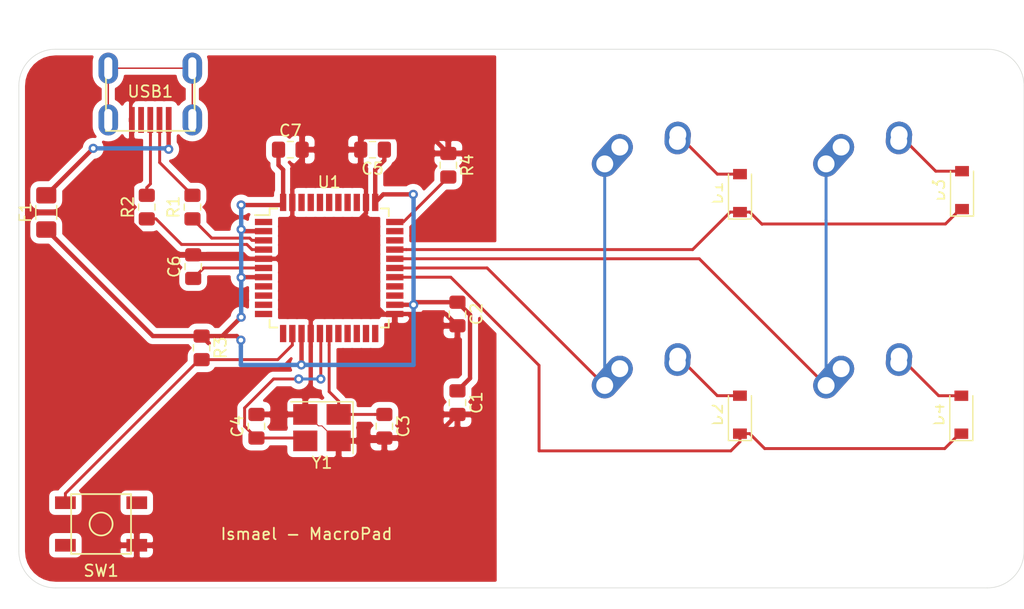
<source format=kicad_pcb>
(kicad_pcb (version 20171130) (host pcbnew "(5.1.4)-1")

  (general
    (thickness 1.6)
    (drawings 9)
    (tracks 202)
    (zones 0)
    (modules 24)
    (nets 45)
  )

  (page A4)
  (layers
    (0 F.Cu signal)
    (31 B.Cu signal)
    (32 B.Adhes user)
    (33 F.Adhes user)
    (34 B.Paste user)
    (35 F.Paste user)
    (36 B.SilkS user)
    (37 F.SilkS user)
    (38 B.Mask user)
    (39 F.Mask user)
    (40 Dwgs.User user)
    (41 Cmts.User user)
    (42 Eco1.User user)
    (43 Eco2.User user)
    (44 Edge.Cuts user)
    (45 Margin user)
    (46 B.CrtYd user)
    (47 F.CrtYd user)
    (48 B.Fab user)
    (49 F.Fab user)
  )

  (setup
    (last_trace_width 0.254)
    (trace_clearance 0.2)
    (zone_clearance 0.508)
    (zone_45_only no)
    (trace_min 0.002)
    (via_size 0.8)
    (via_drill 0.4)
    (via_min_size 0.002)
    (via_min_drill 0.3)
    (uvia_size 0.3)
    (uvia_drill 0.1)
    (uvias_allowed no)
    (uvia_min_size 0.002)
    (uvia_min_drill 0.1)
    (edge_width 0.05)
    (segment_width 0.2)
    (pcb_text_width 0.3)
    (pcb_text_size 1.5 1.5)
    (mod_edge_width 0.12)
    (mod_text_size 1 1)
    (mod_text_width 0.15)
    (pad_size 1.524 1.524)
    (pad_drill 0.762)
    (pad_to_mask_clearance 0.051)
    (solder_mask_min_width 0.25)
    (aux_axis_origin 0 0)
    (visible_elements 7FFFFFFF)
    (pcbplotparams
      (layerselection 0x010fc_ffffffff)
      (usegerberextensions false)
      (usegerberattributes false)
      (usegerberadvancedattributes false)
      (creategerberjobfile false)
      (excludeedgelayer true)
      (linewidth 0.100000)
      (plotframeref false)
      (viasonmask false)
      (mode 1)
      (useauxorigin false)
      (hpglpennumber 1)
      (hpglpenspeed 20)
      (hpglpendiameter 15.000000)
      (psnegative false)
      (psa4output false)
      (plotreference true)
      (plotvalue true)
      (plotinvisibletext false)
      (padsonsilk false)
      (subtractmaskfromsilk false)
      (outputformat 1)
      (mirror false)
      (drillshape 1)
      (scaleselection 1)
      (outputdirectory ""))
  )

  (net 0 "")
  (net 1 GND)
  (net 2 +5V)
  (net 3 "Net-(C3-Pad1)")
  (net 4 "Net-(C4-Pad1)")
  (net 5 "Net-(C6-Pad1)")
  (net 6 "Net-(D1-Pad2)")
  (net 7 ROW0)
  (net 8 "Net-(D2-Pad2)")
  (net 9 ROW1)
  (net 10 "Net-(D3-Pad2)")
  (net 11 "Net-(D4-Pad2)")
  (net 12 VCC)
  (net 13 COL0)
  (net 14 COL1)
  (net 15 D-)
  (net 16 "Net-(R1-Pad1)")
  (net 17 D+)
  (net 18 "Net-(R2-Pad1)")
  (net 19 "Net-(R3-Pad2)")
  (net 20 "Net-(R4-Pad2)")
  (net 21 "Net-(U1-Pad42)")
  (net 22 "Net-(U1-Pad41)")
  (net 23 "Net-(U1-Pad40)")
  (net 24 "Net-(U1-Pad39)")
  (net 25 "Net-(U1-Pad38)")
  (net 26 "Net-(U1-Pad37)")
  (net 27 "Net-(U1-Pad36)")
  (net 28 "Net-(U1-Pad32)")
  (net 29 "Net-(U1-Pad31)")
  (net 30 "Net-(U1-Pad26)")
  (net 31 "Net-(U1-Pad25)")
  (net 32 "Net-(U1-Pad22)")
  (net 33 "Net-(U1-Pad21)")
  (net 34 "Net-(U1-Pad20)")
  (net 35 "Net-(U1-Pad19)")
  (net 36 "Net-(U1-Pad18)")
  (net 37 "Net-(U1-Pad12)")
  (net 38 "Net-(U1-Pad11)")
  (net 39 "Net-(U1-Pad10)")
  (net 40 "Net-(U1-Pad9)")
  (net 41 "Net-(U1-Pad8)")
  (net 42 "Net-(U1-Pad1)")
  (net 43 "Net-(USB1-Pad6)")
  (net 44 "Net-(USB1-Pad2)")

  (net_class Default "This is the default net class."
    (clearance 0.2)
    (trace_width 0.254)
    (via_dia 0.8)
    (via_drill 0.4)
    (uvia_dia 0.3)
    (uvia_drill 0.1)
    (add_net COL0)
    (add_net COL1)
    (add_net D+)
    (add_net D-)
    (add_net "Net-(C3-Pad1)")
    (add_net "Net-(C4-Pad1)")
    (add_net "Net-(C6-Pad1)")
    (add_net "Net-(D1-Pad2)")
    (add_net "Net-(D2-Pad2)")
    (add_net "Net-(D3-Pad2)")
    (add_net "Net-(D4-Pad2)")
    (add_net "Net-(R1-Pad1)")
    (add_net "Net-(R2-Pad1)")
    (add_net "Net-(R3-Pad2)")
    (add_net "Net-(R4-Pad2)")
    (add_net "Net-(U1-Pad1)")
    (add_net "Net-(U1-Pad10)")
    (add_net "Net-(U1-Pad11)")
    (add_net "Net-(U1-Pad12)")
    (add_net "Net-(U1-Pad18)")
    (add_net "Net-(U1-Pad19)")
    (add_net "Net-(U1-Pad20)")
    (add_net "Net-(U1-Pad21)")
    (add_net "Net-(U1-Pad22)")
    (add_net "Net-(U1-Pad25)")
    (add_net "Net-(U1-Pad26)")
    (add_net "Net-(U1-Pad31)")
    (add_net "Net-(U1-Pad32)")
    (add_net "Net-(U1-Pad36)")
    (add_net "Net-(U1-Pad37)")
    (add_net "Net-(U1-Pad38)")
    (add_net "Net-(U1-Pad39)")
    (add_net "Net-(U1-Pad40)")
    (add_net "Net-(U1-Pad41)")
    (add_net "Net-(U1-Pad42)")
    (add_net "Net-(U1-Pad8)")
    (add_net "Net-(U1-Pad9)")
    (add_net "Net-(USB1-Pad2)")
    (add_net "Net-(USB1-Pad6)")
    (add_net ROW0)
    (add_net ROW1)
  )

  (net_class Power ""
    (clearance 0.2)
    (trace_width 0.381)
    (via_dia 0.8)
    (via_drill 0.4)
    (uvia_dia 0.3)
    (uvia_drill 0.1)
    (add_net +5V)
    (add_net GND)
    (add_net VCC)
  )

  (module MX_Alps_Hybrid:MX-1U-NoLED (layer F.Cu) (tedit 5A9F5203) (tstamp 652871E4)
    (at 159.89475 138.40625)
    (path /652E57AD)
    (fp_text reference MX4 (at 0 3.175) (layer Dwgs.User)
      (effects (font (size 1 1) (thickness 0.15)))
    )
    (fp_text value MX-NoLED (at 0 -7.9375) (layer Dwgs.User)
      (effects (font (size 1 1) (thickness 0.15)))
    )
    (fp_line (start 5 -7) (end 7 -7) (layer Dwgs.User) (width 0.15))
    (fp_line (start 7 -7) (end 7 -5) (layer Dwgs.User) (width 0.15))
    (fp_line (start 5 7) (end 7 7) (layer Dwgs.User) (width 0.15))
    (fp_line (start 7 7) (end 7 5) (layer Dwgs.User) (width 0.15))
    (fp_line (start -7 5) (end -7 7) (layer Dwgs.User) (width 0.15))
    (fp_line (start -7 7) (end -5 7) (layer Dwgs.User) (width 0.15))
    (fp_line (start -5 -7) (end -7 -7) (layer Dwgs.User) (width 0.15))
    (fp_line (start -7 -7) (end -7 -5) (layer Dwgs.User) (width 0.15))
    (fp_line (start -9.525 -9.525) (end 9.525 -9.525) (layer Dwgs.User) (width 0.15))
    (fp_line (start 9.525 -9.525) (end 9.525 9.525) (layer Dwgs.User) (width 0.15))
    (fp_line (start 9.525 9.525) (end -9.525 9.525) (layer Dwgs.User) (width 0.15))
    (fp_line (start -9.525 9.525) (end -9.525 -9.525) (layer Dwgs.User) (width 0.15))
    (pad 2 thru_hole oval (at 2.5 -4.5 86.0548) (size 2.831378 2.25) (drill 1.47 (offset 0.290689 0)) (layers *.Cu B.Mask)
      (net 11 "Net-(D4-Pad2)"))
    (pad 2 thru_hole circle (at 2.54 -5.08) (size 2.25 2.25) (drill 1.47) (layers *.Cu B.Mask)
      (net 11 "Net-(D4-Pad2)"))
    (pad 1 thru_hole oval (at -3.81 -2.54 48.0996) (size 4.211556 2.25) (drill 1.47 (offset 0.980778 0)) (layers *.Cu B.Mask)
      (net 14 COL1))
    (pad "" np_thru_hole circle (at 0 0) (size 3.9878 3.9878) (drill 3.9878) (layers *.Cu *.Mask))
    (pad 1 thru_hole circle (at -2.5 -4) (size 2.25 2.25) (drill 1.47) (layers *.Cu B.Mask)
      (net 14 COL1))
    (pad "" np_thru_hole circle (at -5.08 0 48.0996) (size 1.75 1.75) (drill 1.75) (layers *.Cu *.Mask))
    (pad "" np_thru_hole circle (at 5.08 0 48.0996) (size 1.75 1.75) (drill 1.75) (layers *.Cu *.Mask))
  )

  (module Crystal:Crystal_SMD_3225-4Pin_3.2x2.5mm_HandSoldering (layer F.Cu) (tedit 5A0FD1B2) (tstamp 652885F4)
    (at 112.29375 139.53125 180)
    (descr "SMD Crystal SERIES SMD3225/4 http://www.txccrystal.com/images/pdf/7m-accuracy.pdf, hand-soldering, 3.2x2.5mm^2 package")
    (tags "SMD SMT crystal hand-soldering")
    (path /652A532A)
    (attr smd)
    (fp_text reference Y1 (at 0 -3.05) (layer F.SilkS)
      (effects (font (size 1 1) (thickness 0.15)))
    )
    (fp_text value 16MHz (at 0 3.05) (layer F.Fab)
      (effects (font (size 1 1) (thickness 0.15)))
    )
    (fp_line (start 2.8 -2.3) (end -2.8 -2.3) (layer F.CrtYd) (width 0.05))
    (fp_line (start 2.8 2.3) (end 2.8 -2.3) (layer F.CrtYd) (width 0.05))
    (fp_line (start -2.8 2.3) (end 2.8 2.3) (layer F.CrtYd) (width 0.05))
    (fp_line (start -2.8 -2.3) (end -2.8 2.3) (layer F.CrtYd) (width 0.05))
    (fp_line (start -2.7 2.25) (end 2.7 2.25) (layer F.SilkS) (width 0.12))
    (fp_line (start -2.7 -2.25) (end -2.7 2.25) (layer F.SilkS) (width 0.12))
    (fp_line (start -1.6 0.25) (end -0.6 1.25) (layer F.Fab) (width 0.1))
    (fp_line (start 1.6 -1.25) (end -1.6 -1.25) (layer F.Fab) (width 0.1))
    (fp_line (start 1.6 1.25) (end 1.6 -1.25) (layer F.Fab) (width 0.1))
    (fp_line (start -1.6 1.25) (end 1.6 1.25) (layer F.Fab) (width 0.1))
    (fp_line (start -1.6 -1.25) (end -1.6 1.25) (layer F.Fab) (width 0.1))
    (fp_text user %R (at 0 0) (layer F.Fab)
      (effects (font (size 0.7 0.7) (thickness 0.105)))
    )
    (pad 4 smd rect (at -1.45 -1.15 180) (size 2.1 1.8) (layers F.Cu F.Paste F.Mask)
      (net 1 GND))
    (pad 3 smd rect (at 1.45 -1.15 180) (size 2.1 1.8) (layers F.Cu F.Paste F.Mask)
      (net 4 "Net-(C4-Pad1)"))
    (pad 2 smd rect (at 1.45 1.15 180) (size 2.1 1.8) (layers F.Cu F.Paste F.Mask)
      (net 1 GND))
    (pad 1 smd rect (at -1.45 1.15 180) (size 2.1 1.8) (layers F.Cu F.Paste F.Mask)
      (net 3 "Net-(C3-Pad1)"))
    (model ${KISYS3DMOD}/Crystal.3dshapes/Crystal_SMD_3225-4Pin_3.2x2.5mm_HandSoldering.wrl
      (at (xyz 0 0 0))
      (scale (xyz 1 1 1))
      (rotate (xyz 0 0 0))
    )
  )

  (module random-keyboard-parts:Molex-0548190589 (layer F.Cu) (tedit 5C494815) (tstamp 652B01F0)
    (at 97.38 108.28 270)
    (path /6528212B)
    (attr smd)
    (fp_text reference USB1 (at 2.032 0) (layer F.SilkS)
      (effects (font (size 1 1) (thickness 0.15)))
    )
    (fp_text value Molex-0548190589 (at -5.08 0) (layer Dwgs.User)
      (effects (font (size 1 1) (thickness 0.15)))
    )
    (fp_text user %R (at 2 0) (layer F.CrtYd)
      (effects (font (size 1 1) (thickness 0.15)))
    )
    (fp_line (start 3.25 -1.25) (end 5.5 -1.25) (layer F.CrtYd) (width 0.15))
    (fp_line (start 5.5 -0.5) (end 3.25 -0.5) (layer F.CrtYd) (width 0.15))
    (fp_line (start 3.25 0.5) (end 5.5 0.5) (layer F.CrtYd) (width 0.15))
    (fp_line (start 5.5 1.25) (end 3.25 1.25) (layer F.CrtYd) (width 0.15))
    (fp_line (start 3.25 2) (end 5.5 2) (layer F.CrtYd) (width 0.15))
    (fp_line (start 3.25 -2) (end 3.25 2) (layer F.CrtYd) (width 0.15))
    (fp_line (start 5.5 -2) (end 3.25 -2) (layer F.CrtYd) (width 0.15))
    (fp_line (start -3.75 3.75) (end -3.75 -3.75) (layer F.CrtYd) (width 0.15))
    (fp_line (start 5.5 3.75) (end -3.75 3.75) (layer F.CrtYd) (width 0.15))
    (fp_line (start 5.5 -3.75) (end 5.5 3.75) (layer F.CrtYd) (width 0.15))
    (fp_line (start -3.75 -3.75) (end 5.5 -3.75) (layer F.CrtYd) (width 0.15))
    (fp_line (start 0 -3.85) (end 5.45 -3.85) (layer F.SilkS) (width 0.15))
    (fp_line (start 0 3.85) (end 5.45 3.85) (layer F.SilkS) (width 0.15))
    (fp_line (start 5.45 -3.85) (end 5.45 3.85) (layer F.SilkS) (width 0.15))
    (fp_line (start -3.75 -3.85) (end 0 -3.85) (layer Dwgs.User) (width 0.15))
    (fp_line (start -3.75 3.85) (end 0 3.85) (layer Dwgs.User) (width 0.15))
    (fp_line (start -1.75 -4.572) (end -1.75 4.572) (layer Dwgs.User) (width 0.15))
    (fp_line (start -3.75 -3.85) (end -3.75 3.85) (layer Dwgs.User) (width 0.15))
    (pad 6 thru_hole oval (at 0 -3.65 270) (size 2.7 1.7) (drill oval 1.9 0.7) (layers *.Cu *.Mask)
      (net 43 "Net-(USB1-Pad6)"))
    (pad 6 thru_hole oval (at 0 3.65 270) (size 2.7 1.7) (drill oval 1.9 0.7) (layers *.Cu *.Mask)
      (net 43 "Net-(USB1-Pad6)"))
    (pad 6 thru_hole oval (at 4.5 3.65 270) (size 2.7 1.7) (drill oval 1.9 0.7) (layers *.Cu *.Mask)
      (net 43 "Net-(USB1-Pad6)"))
    (pad 6 thru_hole oval (at 4.5 -3.65 270) (size 2.7 1.7) (drill oval 1.9 0.7) (layers *.Cu *.Mask)
      (net 43 "Net-(USB1-Pad6)"))
    (pad 5 smd rect (at 4.5 -1.6 270) (size 2.25 0.5) (layers F.Cu F.Paste F.Mask)
      (net 12 VCC))
    (pad 4 smd rect (at 4.5 -0.8 270) (size 2.25 0.5) (layers F.Cu F.Paste F.Mask)
      (net 15 D-))
    (pad 3 smd rect (at 4.5 0 270) (size 2.25 0.5) (layers F.Cu F.Paste F.Mask)
      (net 17 D+))
    (pad 2 smd rect (at 4.5 0.8 270) (size 2.25 0.5) (layers F.Cu F.Paste F.Mask)
      (net 44 "Net-(USB1-Pad2)"))
    (pad 1 smd rect (at 4.5 1.6 270) (size 2.25 0.5) (layers F.Cu F.Paste F.Mask)
      (net 1 GND))
  )

  (module Package_QFP:TQFP-44_10x10mm_P0.8mm (layer F.Cu) (tedit 5A02F146) (tstamp 65287A8E)
    (at 112.91825 125.6495)
    (descr "44-Lead Plastic Thin Quad Flatpack (PT) - 10x10x1.0 mm Body [TQFP] (see Microchip Packaging Specification 00000049BS.pdf)")
    (tags "QFP 0.8")
    (path /65278882)
    (attr smd)
    (fp_text reference U1 (at 0 -7.45) (layer F.SilkS)
      (effects (font (size 1 1) (thickness 0.15)))
    )
    (fp_text value ATmega32U4-AU (at 0 7.45) (layer F.Fab)
      (effects (font (size 1 1) (thickness 0.15)))
    )
    (fp_text user %R (at 0 0) (layer F.Fab)
      (effects (font (size 1 1) (thickness 0.15)))
    )
    (fp_line (start -4 -5) (end 5 -5) (layer F.Fab) (width 0.15))
    (fp_line (start 5 -5) (end 5 5) (layer F.Fab) (width 0.15))
    (fp_line (start 5 5) (end -5 5) (layer F.Fab) (width 0.15))
    (fp_line (start -5 5) (end -5 -4) (layer F.Fab) (width 0.15))
    (fp_line (start -5 -4) (end -4 -5) (layer F.Fab) (width 0.15))
    (fp_line (start -6.7 -6.7) (end -6.7 6.7) (layer F.CrtYd) (width 0.05))
    (fp_line (start 6.7 -6.7) (end 6.7 6.7) (layer F.CrtYd) (width 0.05))
    (fp_line (start -6.7 -6.7) (end 6.7 -6.7) (layer F.CrtYd) (width 0.05))
    (fp_line (start -6.7 6.7) (end 6.7 6.7) (layer F.CrtYd) (width 0.05))
    (fp_line (start -5.175 -5.175) (end -5.175 -4.6) (layer F.SilkS) (width 0.15))
    (fp_line (start 5.175 -5.175) (end 5.175 -4.5) (layer F.SilkS) (width 0.15))
    (fp_line (start 5.175 5.175) (end 5.175 4.5) (layer F.SilkS) (width 0.15))
    (fp_line (start -5.175 5.175) (end -5.175 4.5) (layer F.SilkS) (width 0.15))
    (fp_line (start -5.175 -5.175) (end -4.5 -5.175) (layer F.SilkS) (width 0.15))
    (fp_line (start -5.175 5.175) (end -4.5 5.175) (layer F.SilkS) (width 0.15))
    (fp_line (start 5.175 5.175) (end 4.5 5.175) (layer F.SilkS) (width 0.15))
    (fp_line (start 5.175 -5.175) (end 4.5 -5.175) (layer F.SilkS) (width 0.15))
    (fp_line (start -5.175 -4.6) (end -6.45 -4.6) (layer F.SilkS) (width 0.15))
    (pad 1 smd rect (at -5.7 -4) (size 1.5 0.55) (layers F.Cu F.Paste F.Mask)
      (net 42 "Net-(U1-Pad1)"))
    (pad 2 smd rect (at -5.7 -3.2) (size 1.5 0.55) (layers F.Cu F.Paste F.Mask)
      (net 2 +5V))
    (pad 3 smd rect (at -5.7 -2.4) (size 1.5 0.55) (layers F.Cu F.Paste F.Mask)
      (net 16 "Net-(R1-Pad1)"))
    (pad 4 smd rect (at -5.7 -1.6) (size 1.5 0.55) (layers F.Cu F.Paste F.Mask)
      (net 18 "Net-(R2-Pad1)"))
    (pad 5 smd rect (at -5.7 -0.8) (size 1.5 0.55) (layers F.Cu F.Paste F.Mask)
      (net 1 GND))
    (pad 6 smd rect (at -5.7 0) (size 1.5 0.55) (layers F.Cu F.Paste F.Mask)
      (net 5 "Net-(C6-Pad1)"))
    (pad 7 smd rect (at -5.7 0.8) (size 1.5 0.55) (layers F.Cu F.Paste F.Mask)
      (net 2 +5V))
    (pad 8 smd rect (at -5.7 1.6) (size 1.5 0.55) (layers F.Cu F.Paste F.Mask)
      (net 41 "Net-(U1-Pad8)"))
    (pad 9 smd rect (at -5.7 2.4) (size 1.5 0.55) (layers F.Cu F.Paste F.Mask)
      (net 40 "Net-(U1-Pad9)"))
    (pad 10 smd rect (at -5.7 3.2) (size 1.5 0.55) (layers F.Cu F.Paste F.Mask)
      (net 39 "Net-(U1-Pad10)"))
    (pad 11 smd rect (at -5.7 4) (size 1.5 0.55) (layers F.Cu F.Paste F.Mask)
      (net 38 "Net-(U1-Pad11)"))
    (pad 12 smd rect (at -4 5.7 90) (size 1.5 0.55) (layers F.Cu F.Paste F.Mask)
      (net 37 "Net-(U1-Pad12)"))
    (pad 13 smd rect (at -3.2 5.7 90) (size 1.5 0.55) (layers F.Cu F.Paste F.Mask)
      (net 19 "Net-(R3-Pad2)"))
    (pad 14 smd rect (at -2.4 5.7 90) (size 1.5 0.55) (layers F.Cu F.Paste F.Mask)
      (net 2 +5V))
    (pad 15 smd rect (at -1.6 5.7 90) (size 1.5 0.55) (layers F.Cu F.Paste F.Mask)
      (net 1 GND))
    (pad 16 smd rect (at -0.8 5.7 90) (size 1.5 0.55) (layers F.Cu F.Paste F.Mask)
      (net 4 "Net-(C4-Pad1)"))
    (pad 17 smd rect (at 0 5.7 90) (size 1.5 0.55) (layers F.Cu F.Paste F.Mask)
      (net 3 "Net-(C3-Pad1)"))
    (pad 18 smd rect (at 0.8 5.7 90) (size 1.5 0.55) (layers F.Cu F.Paste F.Mask)
      (net 36 "Net-(U1-Pad18)"))
    (pad 19 smd rect (at 1.6 5.7 90) (size 1.5 0.55) (layers F.Cu F.Paste F.Mask)
      (net 35 "Net-(U1-Pad19)"))
    (pad 20 smd rect (at 2.4 5.7 90) (size 1.5 0.55) (layers F.Cu F.Paste F.Mask)
      (net 34 "Net-(U1-Pad20)"))
    (pad 21 smd rect (at 3.2 5.7 90) (size 1.5 0.55) (layers F.Cu F.Paste F.Mask)
      (net 33 "Net-(U1-Pad21)"))
    (pad 22 smd rect (at 4 5.7 90) (size 1.5 0.55) (layers F.Cu F.Paste F.Mask)
      (net 32 "Net-(U1-Pad22)"))
    (pad 23 smd rect (at 5.7 4) (size 1.5 0.55) (layers F.Cu F.Paste F.Mask)
      (net 1 GND))
    (pad 24 smd rect (at 5.7 3.2) (size 1.5 0.55) (layers F.Cu F.Paste F.Mask)
      (net 2 +5V))
    (pad 25 smd rect (at 5.7 2.4) (size 1.5 0.55) (layers F.Cu F.Paste F.Mask)
      (net 31 "Net-(U1-Pad25)"))
    (pad 26 smd rect (at 5.7 1.6) (size 1.5 0.55) (layers F.Cu F.Paste F.Mask)
      (net 30 "Net-(U1-Pad26)"))
    (pad 27 smd rect (at 5.7 0.8) (size 1.5 0.55) (layers F.Cu F.Paste F.Mask)
      (net 9 ROW1))
    (pad 28 smd rect (at 5.7 0) (size 1.5 0.55) (layers F.Cu F.Paste F.Mask)
      (net 13 COL0))
    (pad 29 smd rect (at 5.7 -0.8) (size 1.5 0.55) (layers F.Cu F.Paste F.Mask)
      (net 14 COL1))
    (pad 30 smd rect (at 5.7 -1.6) (size 1.5 0.55) (layers F.Cu F.Paste F.Mask)
      (net 7 ROW0))
    (pad 31 smd rect (at 5.7 -2.4) (size 1.5 0.55) (layers F.Cu F.Paste F.Mask)
      (net 29 "Net-(U1-Pad31)"))
    (pad 32 smd rect (at 5.7 -3.2) (size 1.5 0.55) (layers F.Cu F.Paste F.Mask)
      (net 28 "Net-(U1-Pad32)"))
    (pad 33 smd rect (at 5.7 -4) (size 1.5 0.55) (layers F.Cu F.Paste F.Mask)
      (net 20 "Net-(R4-Pad2)"))
    (pad 34 smd rect (at 4 -5.7 90) (size 1.5 0.55) (layers F.Cu F.Paste F.Mask)
      (net 2 +5V))
    (pad 35 smd rect (at 3.2 -5.7 90) (size 1.5 0.55) (layers F.Cu F.Paste F.Mask)
      (net 1 GND))
    (pad 36 smd rect (at 2.4 -5.7 90) (size 1.5 0.55) (layers F.Cu F.Paste F.Mask)
      (net 27 "Net-(U1-Pad36)"))
    (pad 37 smd rect (at 1.6 -5.7 90) (size 1.5 0.55) (layers F.Cu F.Paste F.Mask)
      (net 26 "Net-(U1-Pad37)"))
    (pad 38 smd rect (at 0.8 -5.7 90) (size 1.5 0.55) (layers F.Cu F.Paste F.Mask)
      (net 25 "Net-(U1-Pad38)"))
    (pad 39 smd rect (at 0 -5.7 90) (size 1.5 0.55) (layers F.Cu F.Paste F.Mask)
      (net 24 "Net-(U1-Pad39)"))
    (pad 40 smd rect (at -0.8 -5.7 90) (size 1.5 0.55) (layers F.Cu F.Paste F.Mask)
      (net 23 "Net-(U1-Pad40)"))
    (pad 41 smd rect (at -1.6 -5.7 90) (size 1.5 0.55) (layers F.Cu F.Paste F.Mask)
      (net 22 "Net-(U1-Pad41)"))
    (pad 42 smd rect (at -2.4 -5.7 90) (size 1.5 0.55) (layers F.Cu F.Paste F.Mask)
      (net 21 "Net-(U1-Pad42)"))
    (pad 43 smd rect (at -3.2 -5.7 90) (size 1.5 0.55) (layers F.Cu F.Paste F.Mask)
      (net 1 GND))
    (pad 44 smd rect (at -4 -5.7 90) (size 1.5 0.55) (layers F.Cu F.Paste F.Mask)
      (net 2 +5V))
    (model ${KISYS3DMOD}/Package_QFP.3dshapes/TQFP-44_10x10mm_P0.8mm.wrl
      (at (xyz 0 0 0))
      (scale (xyz 1 1 1))
      (rotate (xyz 0 0 0))
    )
  )

  (module random-keyboard-parts:SKQG-1155865 (layer F.Cu) (tedit 5E62B398) (tstamp 65287246)
    (at 93.10625 147.90625)
    (path /652B0BF0)
    (attr smd)
    (fp_text reference SW1 (at 0 4.064) (layer F.SilkS)
      (effects (font (size 1 1) (thickness 0.15)))
    )
    (fp_text value SW_Push (at 0 -4.064) (layer F.Fab)
      (effects (font (size 1 1) (thickness 0.15)))
    )
    (fp_line (start -2.6 1.1) (end -1.1 2.6) (layer F.Fab) (width 0.15))
    (fp_line (start 2.6 1.1) (end 1.1 2.6) (layer F.Fab) (width 0.15))
    (fp_line (start 2.6 -1.1) (end 1.1 -2.6) (layer F.Fab) (width 0.15))
    (fp_line (start -2.6 -1.1) (end -1.1 -2.6) (layer F.Fab) (width 0.15))
    (fp_circle (center 0 0) (end 1 0) (layer F.Fab) (width 0.15))
    (fp_line (start -4.2 -1.1) (end -4.2 -2.6) (layer F.Fab) (width 0.15))
    (fp_line (start -2.6 -1.1) (end -4.2 -1.1) (layer F.Fab) (width 0.15))
    (fp_line (start -2.6 1.1) (end -2.6 -1.1) (layer F.Fab) (width 0.15))
    (fp_line (start -4.2 1.1) (end -2.6 1.1) (layer F.Fab) (width 0.15))
    (fp_line (start -4.2 2.6) (end -4.2 1.1) (layer F.Fab) (width 0.15))
    (fp_line (start 4.2 2.6) (end -4.2 2.6) (layer F.Fab) (width 0.15))
    (fp_line (start 4.2 1.1) (end 4.2 2.6) (layer F.Fab) (width 0.15))
    (fp_line (start 2.6 1.1) (end 4.2 1.1) (layer F.Fab) (width 0.15))
    (fp_line (start 2.6 -1.1) (end 2.6 1.1) (layer F.Fab) (width 0.15))
    (fp_line (start 4.2 -1.1) (end 2.6 -1.1) (layer F.Fab) (width 0.15))
    (fp_line (start 4.2 -2.6) (end 4.2 -1.2) (layer F.Fab) (width 0.15))
    (fp_line (start -4.2 -2.6) (end 4.2 -2.6) (layer F.Fab) (width 0.15))
    (fp_circle (center 0 0) (end 1 0) (layer F.SilkS) (width 0.15))
    (fp_line (start -2.6 2.6) (end -2.6 -2.6) (layer F.SilkS) (width 0.15))
    (fp_line (start 2.6 2.6) (end -2.6 2.6) (layer F.SilkS) (width 0.15))
    (fp_line (start 2.6 -2.6) (end 2.6 2.6) (layer F.SilkS) (width 0.15))
    (fp_line (start -2.6 -2.6) (end 2.6 -2.6) (layer F.SilkS) (width 0.15))
    (pad 1 smd rect (at 3.1 1.85) (size 1.8 1.1) (layers F.Cu F.Paste F.Mask)
      (net 1 GND))
    (pad 2 smd rect (at -3.1 -1.85) (size 1.8 1.1) (layers F.Cu F.Paste F.Mask)
      (net 19 "Net-(R3-Pad2)"))
    (pad 3 smd rect (at 3.1 -1.85) (size 1.8 1.1) (layers F.Cu F.Paste F.Mask))
    (pad 4 smd rect (at -3.1 1.85) (size 1.8 1.1) (layers F.Cu F.Paste F.Mask))
    (model ${KISYS3DMOD}/Button_Switch_SMD.3dshapes/SW_SPST_TL3342.step
      (at (xyz 0 0 0))
      (scale (xyz 1 1 1))
      (rotate (xyz 0 0 0))
    )
  )

  (module Resistor_SMD:R_0805_2012Metric_Pad1.15x1.40mm_HandSolder (layer F.Cu) (tedit 5B36C52B) (tstamp 65287228)
    (at 123.26875 116.71875 270)
    (descr "Resistor SMD 0805 (2012 Metric), square (rectangular) end terminal, IPC_7351 nominal with elongated pad for handsoldering. (Body size source: https://docs.google.com/spreadsheets/d/1BsfQQcO9C6DZCsRaXUlFlo91Tg2WpOkGARC1WS5S8t0/edit?usp=sharing), generated with kicad-footprint-generator")
    (tags "resistor handsolder")
    (path /652858D4)
    (attr smd)
    (fp_text reference R4 (at 0 -1.65 90) (layer F.SilkS)
      (effects (font (size 1 1) (thickness 0.15)))
    )
    (fp_text value 10k (at 0 1.65 90) (layer F.Fab)
      (effects (font (size 1 1) (thickness 0.15)))
    )
    (fp_line (start -1 0.6) (end -1 -0.6) (layer F.Fab) (width 0.1))
    (fp_line (start -1 -0.6) (end 1 -0.6) (layer F.Fab) (width 0.1))
    (fp_line (start 1 -0.6) (end 1 0.6) (layer F.Fab) (width 0.1))
    (fp_line (start 1 0.6) (end -1 0.6) (layer F.Fab) (width 0.1))
    (fp_line (start -0.261252 -0.71) (end 0.261252 -0.71) (layer F.SilkS) (width 0.12))
    (fp_line (start -0.261252 0.71) (end 0.261252 0.71) (layer F.SilkS) (width 0.12))
    (fp_line (start -1.85 0.95) (end -1.85 -0.95) (layer F.CrtYd) (width 0.05))
    (fp_line (start -1.85 -0.95) (end 1.85 -0.95) (layer F.CrtYd) (width 0.05))
    (fp_line (start 1.85 -0.95) (end 1.85 0.95) (layer F.CrtYd) (width 0.05))
    (fp_line (start 1.85 0.95) (end -1.85 0.95) (layer F.CrtYd) (width 0.05))
    (fp_text user %R (at 0 0 90) (layer F.Fab)
      (effects (font (size 0.5 0.5) (thickness 0.08)))
    )
    (pad 1 smd roundrect (at -1.025 0 270) (size 1.15 1.4) (layers F.Cu F.Paste F.Mask) (roundrect_rratio 0.217391)
      (net 1 GND))
    (pad 2 smd roundrect (at 1.025 0 270) (size 1.15 1.4) (layers F.Cu F.Paste F.Mask) (roundrect_rratio 0.217391)
      (net 20 "Net-(R4-Pad2)"))
    (model ${KISYS3DMOD}/Resistor_SMD.3dshapes/R_0805_2012Metric.wrl
      (at (xyz 0 0 0))
      (scale (xyz 1 1 1))
      (rotate (xyz 0 0 0))
    )
  )

  (module Resistor_SMD:R_0805_2012Metric_Pad1.15x1.40mm_HandSolder (layer F.Cu) (tedit 5B36C52B) (tstamp 65287217)
    (at 101.8375 132.59375 270)
    (descr "Resistor SMD 0805 (2012 Metric), square (rectangular) end terminal, IPC_7351 nominal with elongated pad for handsoldering. (Body size source: https://docs.google.com/spreadsheets/d/1BsfQQcO9C6DZCsRaXUlFlo91Tg2WpOkGARC1WS5S8t0/edit?usp=sharing), generated with kicad-footprint-generator")
    (tags "resistor handsolder")
    (path /652B54AE)
    (attr smd)
    (fp_text reference R3 (at 0 -1.65 90) (layer F.SilkS)
      (effects (font (size 1 1) (thickness 0.15)))
    )
    (fp_text value 10k (at 0 1.65 90) (layer F.Fab)
      (effects (font (size 1 1) (thickness 0.15)))
    )
    (fp_line (start -1 0.6) (end -1 -0.6) (layer F.Fab) (width 0.1))
    (fp_line (start -1 -0.6) (end 1 -0.6) (layer F.Fab) (width 0.1))
    (fp_line (start 1 -0.6) (end 1 0.6) (layer F.Fab) (width 0.1))
    (fp_line (start 1 0.6) (end -1 0.6) (layer F.Fab) (width 0.1))
    (fp_line (start -0.261252 -0.71) (end 0.261252 -0.71) (layer F.SilkS) (width 0.12))
    (fp_line (start -0.261252 0.71) (end 0.261252 0.71) (layer F.SilkS) (width 0.12))
    (fp_line (start -1.85 0.95) (end -1.85 -0.95) (layer F.CrtYd) (width 0.05))
    (fp_line (start -1.85 -0.95) (end 1.85 -0.95) (layer F.CrtYd) (width 0.05))
    (fp_line (start 1.85 -0.95) (end 1.85 0.95) (layer F.CrtYd) (width 0.05))
    (fp_line (start 1.85 0.95) (end -1.85 0.95) (layer F.CrtYd) (width 0.05))
    (fp_text user %R (at 0 0 90) (layer F.Fab)
      (effects (font (size 0.5 0.5) (thickness 0.08)))
    )
    (pad 1 smd roundrect (at -1.025 0 270) (size 1.15 1.4) (layers F.Cu F.Paste F.Mask) (roundrect_rratio 0.217391)
      (net 2 +5V))
    (pad 2 smd roundrect (at 1.025 0 270) (size 1.15 1.4) (layers F.Cu F.Paste F.Mask) (roundrect_rratio 0.217391)
      (net 19 "Net-(R3-Pad2)"))
    (model ${KISYS3DMOD}/Resistor_SMD.3dshapes/R_0805_2012Metric.wrl
      (at (xyz 0 0 0))
      (scale (xyz 1 1 1))
      (rotate (xyz 0 0 0))
    )
  )

  (module Resistor_SMD:R_0805_2012Metric_Pad1.15x1.40mm_HandSolder (layer F.Cu) (tedit 5B36C52B) (tstamp 65287206)
    (at 97.075 120.35625 90)
    (descr "Resistor SMD 0805 (2012 Metric), square (rectangular) end terminal, IPC_7351 nominal with elongated pad for handsoldering. (Body size source: https://docs.google.com/spreadsheets/d/1BsfQQcO9C6DZCsRaXUlFlo91Tg2WpOkGARC1WS5S8t0/edit?usp=sharing), generated with kicad-footprint-generator")
    (tags "resistor handsolder")
    (path /652887F5)
    (attr smd)
    (fp_text reference R2 (at 0 -1.65 90) (layer F.SilkS)
      (effects (font (size 1 1) (thickness 0.15)))
    )
    (fp_text value 22 (at 0 1.65 90) (layer F.Fab)
      (effects (font (size 1 1) (thickness 0.15)))
    )
    (fp_text user %R (at 0 0 90) (layer F.Fab)
      (effects (font (size 0.5 0.5) (thickness 0.08)))
    )
    (fp_line (start 1.85 0.95) (end -1.85 0.95) (layer F.CrtYd) (width 0.05))
    (fp_line (start 1.85 -0.95) (end 1.85 0.95) (layer F.CrtYd) (width 0.05))
    (fp_line (start -1.85 -0.95) (end 1.85 -0.95) (layer F.CrtYd) (width 0.05))
    (fp_line (start -1.85 0.95) (end -1.85 -0.95) (layer F.CrtYd) (width 0.05))
    (fp_line (start -0.261252 0.71) (end 0.261252 0.71) (layer F.SilkS) (width 0.12))
    (fp_line (start -0.261252 -0.71) (end 0.261252 -0.71) (layer F.SilkS) (width 0.12))
    (fp_line (start 1 0.6) (end -1 0.6) (layer F.Fab) (width 0.1))
    (fp_line (start 1 -0.6) (end 1 0.6) (layer F.Fab) (width 0.1))
    (fp_line (start -1 -0.6) (end 1 -0.6) (layer F.Fab) (width 0.1))
    (fp_line (start -1 0.6) (end -1 -0.6) (layer F.Fab) (width 0.1))
    (pad 2 smd roundrect (at 1.025 0 90) (size 1.15 1.4) (layers F.Cu F.Paste F.Mask) (roundrect_rratio 0.217391)
      (net 17 D+))
    (pad 1 smd roundrect (at -1.025 0 90) (size 1.15 1.4) (layers F.Cu F.Paste F.Mask) (roundrect_rratio 0.217391)
      (net 18 "Net-(R2-Pad1)"))
    (model ${KISYS3DMOD}/Resistor_SMD.3dshapes/R_0805_2012Metric.wrl
      (at (xyz 0 0 0))
      (scale (xyz 1 1 1))
      (rotate (xyz 0 0 0))
    )
  )

  (module Resistor_SMD:R_0805_2012Metric_Pad1.15x1.40mm_HandSolder (layer F.Cu) (tedit 5B36C52B) (tstamp 652871F5)
    (at 101.04375 120.35625 90)
    (descr "Resistor SMD 0805 (2012 Metric), square (rectangular) end terminal, IPC_7351 nominal with elongated pad for handsoldering. (Body size source: https://docs.google.com/spreadsheets/d/1BsfQQcO9C6DZCsRaXUlFlo91Tg2WpOkGARC1WS5S8t0/edit?usp=sharing), generated with kicad-footprint-generator")
    (tags "resistor handsolder")
    (path /6528A203)
    (attr smd)
    (fp_text reference R1 (at 0 -1.65 90) (layer F.SilkS)
      (effects (font (size 1 1) (thickness 0.15)))
    )
    (fp_text value 22 (at 0 1.65 90) (layer F.Fab)
      (effects (font (size 1 1) (thickness 0.15)))
    )
    (fp_text user %R (at 0 0 90) (layer F.Fab)
      (effects (font (size 0.5 0.5) (thickness 0.08)))
    )
    (fp_line (start 1.85 0.95) (end -1.85 0.95) (layer F.CrtYd) (width 0.05))
    (fp_line (start 1.85 -0.95) (end 1.85 0.95) (layer F.CrtYd) (width 0.05))
    (fp_line (start -1.85 -0.95) (end 1.85 -0.95) (layer F.CrtYd) (width 0.05))
    (fp_line (start -1.85 0.95) (end -1.85 -0.95) (layer F.CrtYd) (width 0.05))
    (fp_line (start -0.261252 0.71) (end 0.261252 0.71) (layer F.SilkS) (width 0.12))
    (fp_line (start -0.261252 -0.71) (end 0.261252 -0.71) (layer F.SilkS) (width 0.12))
    (fp_line (start 1 0.6) (end -1 0.6) (layer F.Fab) (width 0.1))
    (fp_line (start 1 -0.6) (end 1 0.6) (layer F.Fab) (width 0.1))
    (fp_line (start -1 -0.6) (end 1 -0.6) (layer F.Fab) (width 0.1))
    (fp_line (start -1 0.6) (end -1 -0.6) (layer F.Fab) (width 0.1))
    (pad 2 smd roundrect (at 1.025 0 90) (size 1.15 1.4) (layers F.Cu F.Paste F.Mask) (roundrect_rratio 0.217391)
      (net 15 D-))
    (pad 1 smd roundrect (at -1.025 0 90) (size 1.15 1.4) (layers F.Cu F.Paste F.Mask) (roundrect_rratio 0.217391)
      (net 16 "Net-(R1-Pad1)"))
    (model ${KISYS3DMOD}/Resistor_SMD.3dshapes/R_0805_2012Metric.wrl
      (at (xyz 0 0 0))
      (scale (xyz 1 1 1))
      (rotate (xyz 0 0 0))
    )
  )

  (module MX_Alps_Hybrid:MX-1U-NoLED (layer F.Cu) (tedit 5A9F5203) (tstamp 652A4A48)
    (at 159.89175 119.1375)
    (path /652E72FB)
    (fp_text reference MX3 (at 0 3.175) (layer Dwgs.User)
      (effects (font (size 1 1) (thickness 0.15)))
    )
    (fp_text value MX-NoLED (at 0 -7.9375) (layer Dwgs.User)
      (effects (font (size 1 1) (thickness 0.15)))
    )
    (fp_line (start 5 -7) (end 7 -7) (layer Dwgs.User) (width 0.15))
    (fp_line (start 7 -7) (end 7 -5) (layer Dwgs.User) (width 0.15))
    (fp_line (start 5 7) (end 7 7) (layer Dwgs.User) (width 0.15))
    (fp_line (start 7 7) (end 7 5) (layer Dwgs.User) (width 0.15))
    (fp_line (start -7 5) (end -7 7) (layer Dwgs.User) (width 0.15))
    (fp_line (start -7 7) (end -5 7) (layer Dwgs.User) (width 0.15))
    (fp_line (start -5 -7) (end -7 -7) (layer Dwgs.User) (width 0.15))
    (fp_line (start -7 -7) (end -7 -5) (layer Dwgs.User) (width 0.15))
    (fp_line (start -9.525 -9.525) (end 9.525 -9.525) (layer Dwgs.User) (width 0.15))
    (fp_line (start 9.525 -9.525) (end 9.525 9.525) (layer Dwgs.User) (width 0.15))
    (fp_line (start 9.525 9.525) (end -9.525 9.525) (layer Dwgs.User) (width 0.15))
    (fp_line (start -9.525 9.525) (end -9.525 -9.525) (layer Dwgs.User) (width 0.15))
    (pad 2 thru_hole oval (at 2.5 -4.5 86.0548) (size 2.831378 2.25) (drill 1.47 (offset 0.290689 0)) (layers *.Cu B.Mask)
      (net 10 "Net-(D3-Pad2)"))
    (pad 2 thru_hole circle (at 2.54 -5.08) (size 2.25 2.25) (drill 1.47) (layers *.Cu B.Mask)
      (net 10 "Net-(D3-Pad2)"))
    (pad 1 thru_hole oval (at -3.81 -2.54 48.0996) (size 4.211556 2.25) (drill 1.47 (offset 0.980778 0)) (layers *.Cu B.Mask)
      (net 14 COL1))
    (pad "" np_thru_hole circle (at 0 0) (size 3.9878 3.9878) (drill 3.9878) (layers *.Cu *.Mask))
    (pad 1 thru_hole circle (at -2.5 -4) (size 2.25 2.25) (drill 1.47) (layers *.Cu B.Mask)
      (net 14 COL1))
    (pad "" np_thru_hole circle (at -5.08 0 48.0996) (size 1.75 1.75) (drill 1.75) (layers *.Cu *.Mask))
    (pad "" np_thru_hole circle (at 5.08 0 48.0996) (size 1.75 1.75) (drill 1.75) (layers *.Cu *.Mask))
  )

  (module MX_Alps_Hybrid:MX-1U-NoLED (layer F.Cu) (tedit 5A9F5203) (tstamp 652A4CA1)
    (at 140.6635 138.40325)
    (path /652E3D0A)
    (fp_text reference MX2 (at 0 3.175) (layer Dwgs.User)
      (effects (font (size 1 1) (thickness 0.15)))
    )
    (fp_text value MX-NoLED (at 0 -7.9375) (layer Dwgs.User)
      (effects (font (size 1 1) (thickness 0.15)))
    )
    (fp_line (start 5 -7) (end 7 -7) (layer Dwgs.User) (width 0.15))
    (fp_line (start 7 -7) (end 7 -5) (layer Dwgs.User) (width 0.15))
    (fp_line (start 5 7) (end 7 7) (layer Dwgs.User) (width 0.15))
    (fp_line (start 7 7) (end 7 5) (layer Dwgs.User) (width 0.15))
    (fp_line (start -7 5) (end -7 7) (layer Dwgs.User) (width 0.15))
    (fp_line (start -7 7) (end -5 7) (layer Dwgs.User) (width 0.15))
    (fp_line (start -5 -7) (end -7 -7) (layer Dwgs.User) (width 0.15))
    (fp_line (start -7 -7) (end -7 -5) (layer Dwgs.User) (width 0.15))
    (fp_line (start -9.525 -9.525) (end 9.525 -9.525) (layer Dwgs.User) (width 0.15))
    (fp_line (start 9.525 -9.525) (end 9.525 9.525) (layer Dwgs.User) (width 0.15))
    (fp_line (start 9.525 9.525) (end -9.525 9.525) (layer Dwgs.User) (width 0.15))
    (fp_line (start -9.525 9.525) (end -9.525 -9.525) (layer Dwgs.User) (width 0.15))
    (pad 2 thru_hole oval (at 2.5 -4.5 86.0548) (size 2.831378 2.25) (drill 1.47 (offset 0.290689 0)) (layers *.Cu B.Mask)
      (net 8 "Net-(D2-Pad2)"))
    (pad 2 thru_hole circle (at 2.54 -5.08) (size 2.25 2.25) (drill 1.47) (layers *.Cu B.Mask)
      (net 8 "Net-(D2-Pad2)"))
    (pad 1 thru_hole oval (at -3.81 -2.54 48.0996) (size 4.211556 2.25) (drill 1.47 (offset 0.980778 0)) (layers *.Cu B.Mask)
      (net 13 COL0))
    (pad "" np_thru_hole circle (at 0 0) (size 3.9878 3.9878) (drill 3.9878) (layers *.Cu *.Mask))
    (pad 1 thru_hole circle (at -2.5 -4) (size 2.25 2.25) (drill 1.47) (layers *.Cu B.Mask)
      (net 13 COL0))
    (pad "" np_thru_hole circle (at -5.08 0 48.0996) (size 1.75 1.75) (drill 1.75) (layers *.Cu *.Mask))
    (pad "" np_thru_hole circle (at 5.08 0 48.0996) (size 1.75 1.75) (drill 1.75) (layers *.Cu *.Mask))
  )

  (module MX_Alps_Hybrid:MX-1U-NoLED (layer F.Cu) (tedit 5A9F5203) (tstamp 6528719F)
    (at 140.66775 119.14075)
    (path /652D28DC)
    (fp_text reference MX1 (at 0 3.175) (layer Dwgs.User)
      (effects (font (size 1 1) (thickness 0.15)))
    )
    (fp_text value MX-NoLED (at 0 -7.9375) (layer Dwgs.User)
      (effects (font (size 1 1) (thickness 0.15)))
    )
    (fp_line (start 5 -7) (end 7 -7) (layer Dwgs.User) (width 0.15))
    (fp_line (start 7 -7) (end 7 -5) (layer Dwgs.User) (width 0.15))
    (fp_line (start 5 7) (end 7 7) (layer Dwgs.User) (width 0.15))
    (fp_line (start 7 7) (end 7 5) (layer Dwgs.User) (width 0.15))
    (fp_line (start -7 5) (end -7 7) (layer Dwgs.User) (width 0.15))
    (fp_line (start -7 7) (end -5 7) (layer Dwgs.User) (width 0.15))
    (fp_line (start -5 -7) (end -7 -7) (layer Dwgs.User) (width 0.15))
    (fp_line (start -7 -7) (end -7 -5) (layer Dwgs.User) (width 0.15))
    (fp_line (start -9.525 -9.525) (end 9.525 -9.525) (layer Dwgs.User) (width 0.15))
    (fp_line (start 9.525 -9.525) (end 9.525 9.525) (layer Dwgs.User) (width 0.15))
    (fp_line (start 9.525 9.525) (end -9.525 9.525) (layer Dwgs.User) (width 0.15))
    (fp_line (start -9.525 9.525) (end -9.525 -9.525) (layer Dwgs.User) (width 0.15))
    (pad 2 thru_hole oval (at 2.5 -4.5 86.0548) (size 2.831378 2.25) (drill 1.47 (offset 0.290689 0)) (layers *.Cu B.Mask)
      (net 6 "Net-(D1-Pad2)"))
    (pad 2 thru_hole circle (at 2.54 -5.08) (size 2.25 2.25) (drill 1.47) (layers *.Cu B.Mask)
      (net 6 "Net-(D1-Pad2)"))
    (pad 1 thru_hole oval (at -3.81 -2.54 48.0996) (size 4.211556 2.25) (drill 1.47 (offset 0.980778 0)) (layers *.Cu B.Mask)
      (net 13 COL0))
    (pad "" np_thru_hole circle (at 0 0) (size 3.9878 3.9878) (drill 3.9878) (layers *.Cu *.Mask))
    (pad 1 thru_hole circle (at -2.5 -4) (size 2.25 2.25) (drill 1.47) (layers *.Cu B.Mask)
      (net 13 COL0))
    (pad "" np_thru_hole circle (at -5.08 0 48.0996) (size 1.75 1.75) (drill 1.75) (layers *.Cu *.Mask))
    (pad "" np_thru_hole circle (at 5.08 0 48.0996) (size 1.75 1.75) (drill 1.75) (layers *.Cu *.Mask))
  )

  (module Fuse:Fuse_1206_3216Metric_Pad1.42x1.75mm_HandSolder (layer F.Cu) (tedit 5B301BBE) (tstamp 65287188)
    (at 88.34375 120.81875 90)
    (descr "Fuse SMD 1206 (3216 Metric), square (rectangular) end terminal, IPC_7351 nominal with elongated pad for handsoldering. (Body size source: http://www.tortai-tech.com/upload/download/2011102023233369053.pdf), generated with kicad-footprint-generator")
    (tags "resistor handsolder")
    (path /65289276)
    (attr smd)
    (fp_text reference F1 (at 0 -1.82 90) (layer F.SilkS)
      (effects (font (size 1 1) (thickness 0.15)))
    )
    (fp_text value 500mA (at 0 1.82 90) (layer F.Fab)
      (effects (font (size 1 1) (thickness 0.15)))
    )
    (fp_text user %R (at 0 0 90) (layer F.Fab)
      (effects (font (size 0.8 0.8) (thickness 0.12)))
    )
    (fp_line (start 2.45 1.12) (end -2.45 1.12) (layer F.CrtYd) (width 0.05))
    (fp_line (start 2.45 -1.12) (end 2.45 1.12) (layer F.CrtYd) (width 0.05))
    (fp_line (start -2.45 -1.12) (end 2.45 -1.12) (layer F.CrtYd) (width 0.05))
    (fp_line (start -2.45 1.12) (end -2.45 -1.12) (layer F.CrtYd) (width 0.05))
    (fp_line (start -0.602064 0.91) (end 0.602064 0.91) (layer F.SilkS) (width 0.12))
    (fp_line (start -0.602064 -0.91) (end 0.602064 -0.91) (layer F.SilkS) (width 0.12))
    (fp_line (start 1.6 0.8) (end -1.6 0.8) (layer F.Fab) (width 0.1))
    (fp_line (start 1.6 -0.8) (end 1.6 0.8) (layer F.Fab) (width 0.1))
    (fp_line (start -1.6 -0.8) (end 1.6 -0.8) (layer F.Fab) (width 0.1))
    (fp_line (start -1.6 0.8) (end -1.6 -0.8) (layer F.Fab) (width 0.1))
    (pad 2 smd roundrect (at 1.4875 0 90) (size 1.425 1.75) (layers F.Cu F.Paste F.Mask) (roundrect_rratio 0.175439)
      (net 12 VCC))
    (pad 1 smd roundrect (at -1.4875 0 90) (size 1.425 1.75) (layers F.Cu F.Paste F.Mask) (roundrect_rratio 0.175439)
      (net 2 +5V))
    (model ${KISYS3DMOD}/Fuse.3dshapes/Fuse_1206_3216Metric.wrl
      (at (xyz 0 0 0))
      (scale (xyz 1 1 1))
      (rotate (xyz 0 0 0))
    )
  )

  (module Diode_SMD:D_SOD-123 (layer F.Cu) (tedit 58645DC7) (tstamp 65287177)
    (at 167.83225 138.40625 90)
    (descr SOD-123)
    (tags SOD-123)
    (path /652E57A7)
    (attr smd)
    (fp_text reference D4 (at 0 -2 90) (layer F.SilkS)
      (effects (font (size 1 1) (thickness 0.15)))
    )
    (fp_text value D_Small (at 0 2.1 90) (layer F.Fab)
      (effects (font (size 1 1) (thickness 0.15)))
    )
    (fp_line (start -2.25 -1) (end 1.65 -1) (layer F.SilkS) (width 0.12))
    (fp_line (start -2.25 1) (end 1.65 1) (layer F.SilkS) (width 0.12))
    (fp_line (start -2.35 -1.15) (end -2.35 1.15) (layer F.CrtYd) (width 0.05))
    (fp_line (start 2.35 1.15) (end -2.35 1.15) (layer F.CrtYd) (width 0.05))
    (fp_line (start 2.35 -1.15) (end 2.35 1.15) (layer F.CrtYd) (width 0.05))
    (fp_line (start -2.35 -1.15) (end 2.35 -1.15) (layer F.CrtYd) (width 0.05))
    (fp_line (start -1.4 -0.9) (end 1.4 -0.9) (layer F.Fab) (width 0.1))
    (fp_line (start 1.4 -0.9) (end 1.4 0.9) (layer F.Fab) (width 0.1))
    (fp_line (start 1.4 0.9) (end -1.4 0.9) (layer F.Fab) (width 0.1))
    (fp_line (start -1.4 0.9) (end -1.4 -0.9) (layer F.Fab) (width 0.1))
    (fp_line (start -0.75 0) (end -0.35 0) (layer F.Fab) (width 0.1))
    (fp_line (start -0.35 0) (end -0.35 -0.55) (layer F.Fab) (width 0.1))
    (fp_line (start -0.35 0) (end -0.35 0.55) (layer F.Fab) (width 0.1))
    (fp_line (start -0.35 0) (end 0.25 -0.4) (layer F.Fab) (width 0.1))
    (fp_line (start 0.25 -0.4) (end 0.25 0.4) (layer F.Fab) (width 0.1))
    (fp_line (start 0.25 0.4) (end -0.35 0) (layer F.Fab) (width 0.1))
    (fp_line (start 0.25 0) (end 0.75 0) (layer F.Fab) (width 0.1))
    (fp_line (start -2.25 -1) (end -2.25 1) (layer F.SilkS) (width 0.12))
    (fp_text user %R (at 0 -2 90) (layer F.Fab)
      (effects (font (size 1 1) (thickness 0.15)))
    )
    (pad 2 smd rect (at 1.65 0 90) (size 0.9 1.2) (layers F.Cu F.Paste F.Mask)
      (net 11 "Net-(D4-Pad2)"))
    (pad 1 smd rect (at -1.65 0 90) (size 0.9 1.2) (layers F.Cu F.Paste F.Mask)
      (net 9 ROW1))
    (model ${KISYS3DMOD}/Diode_SMD.3dshapes/D_SOD-123.wrl
      (at (xyz 0 0 0))
      (scale (xyz 1 1 1))
      (rotate (xyz 0 0 0))
    )
  )

  (module Diode_SMD:D_SOD-123 (layer F.Cu) (tedit 58645DC7) (tstamp 652A4A02)
    (at 167.89275 118.8835 90)
    (descr SOD-123)
    (tags SOD-123)
    (path /652E72F5)
    (attr smd)
    (fp_text reference D3 (at 0 -2 90) (layer F.SilkS)
      (effects (font (size 1 1) (thickness 0.15)))
    )
    (fp_text value D_Small (at 0 2.1 90) (layer F.Fab)
      (effects (font (size 1 1) (thickness 0.15)))
    )
    (fp_text user %R (at 0 -2 90) (layer F.Fab)
      (effects (font (size 1 1) (thickness 0.15)))
    )
    (fp_line (start -2.25 -1) (end -2.25 1) (layer F.SilkS) (width 0.12))
    (fp_line (start 0.25 0) (end 0.75 0) (layer F.Fab) (width 0.1))
    (fp_line (start 0.25 0.4) (end -0.35 0) (layer F.Fab) (width 0.1))
    (fp_line (start 0.25 -0.4) (end 0.25 0.4) (layer F.Fab) (width 0.1))
    (fp_line (start -0.35 0) (end 0.25 -0.4) (layer F.Fab) (width 0.1))
    (fp_line (start -0.35 0) (end -0.35 0.55) (layer F.Fab) (width 0.1))
    (fp_line (start -0.35 0) (end -0.35 -0.55) (layer F.Fab) (width 0.1))
    (fp_line (start -0.75 0) (end -0.35 0) (layer F.Fab) (width 0.1))
    (fp_line (start -1.4 0.9) (end -1.4 -0.9) (layer F.Fab) (width 0.1))
    (fp_line (start 1.4 0.9) (end -1.4 0.9) (layer F.Fab) (width 0.1))
    (fp_line (start 1.4 -0.9) (end 1.4 0.9) (layer F.Fab) (width 0.1))
    (fp_line (start -1.4 -0.9) (end 1.4 -0.9) (layer F.Fab) (width 0.1))
    (fp_line (start -2.35 -1.15) (end 2.35 -1.15) (layer F.CrtYd) (width 0.05))
    (fp_line (start 2.35 -1.15) (end 2.35 1.15) (layer F.CrtYd) (width 0.05))
    (fp_line (start 2.35 1.15) (end -2.35 1.15) (layer F.CrtYd) (width 0.05))
    (fp_line (start -2.35 -1.15) (end -2.35 1.15) (layer F.CrtYd) (width 0.05))
    (fp_line (start -2.25 1) (end 1.65 1) (layer F.SilkS) (width 0.12))
    (fp_line (start -2.25 -1) (end 1.65 -1) (layer F.SilkS) (width 0.12))
    (pad 1 smd rect (at -1.65 0 90) (size 0.9 1.2) (layers F.Cu F.Paste F.Mask)
      (net 7 ROW0))
    (pad 2 smd rect (at 1.65 0 90) (size 0.9 1.2) (layers F.Cu F.Paste F.Mask)
      (net 10 "Net-(D3-Pad2)"))
    (model ${KISYS3DMOD}/Diode_SMD.3dshapes/D_SOD-123.wrl
      (at (xyz 0 0 0))
      (scale (xyz 1 1 1))
      (rotate (xyz 0 0 0))
    )
  )

  (module Diode_SMD:D_SOD-123 (layer F.Cu) (tedit 58645DC7) (tstamp 652A4CFE)
    (at 148.601 138.40325 90)
    (descr SOD-123)
    (tags SOD-123)
    (path /652E3D04)
    (attr smd)
    (fp_text reference D2 (at 0 -2 90) (layer F.SilkS)
      (effects (font (size 1 1) (thickness 0.15)))
    )
    (fp_text value D_Small (at 0 2.1 90) (layer F.Fab)
      (effects (font (size 1 1) (thickness 0.15)))
    )
    (fp_line (start -2.25 -1) (end 1.65 -1) (layer F.SilkS) (width 0.12))
    (fp_line (start -2.25 1) (end 1.65 1) (layer F.SilkS) (width 0.12))
    (fp_line (start -2.35 -1.15) (end -2.35 1.15) (layer F.CrtYd) (width 0.05))
    (fp_line (start 2.35 1.15) (end -2.35 1.15) (layer F.CrtYd) (width 0.05))
    (fp_line (start 2.35 -1.15) (end 2.35 1.15) (layer F.CrtYd) (width 0.05))
    (fp_line (start -2.35 -1.15) (end 2.35 -1.15) (layer F.CrtYd) (width 0.05))
    (fp_line (start -1.4 -0.9) (end 1.4 -0.9) (layer F.Fab) (width 0.1))
    (fp_line (start 1.4 -0.9) (end 1.4 0.9) (layer F.Fab) (width 0.1))
    (fp_line (start 1.4 0.9) (end -1.4 0.9) (layer F.Fab) (width 0.1))
    (fp_line (start -1.4 0.9) (end -1.4 -0.9) (layer F.Fab) (width 0.1))
    (fp_line (start -0.75 0) (end -0.35 0) (layer F.Fab) (width 0.1))
    (fp_line (start -0.35 0) (end -0.35 -0.55) (layer F.Fab) (width 0.1))
    (fp_line (start -0.35 0) (end -0.35 0.55) (layer F.Fab) (width 0.1))
    (fp_line (start -0.35 0) (end 0.25 -0.4) (layer F.Fab) (width 0.1))
    (fp_line (start 0.25 -0.4) (end 0.25 0.4) (layer F.Fab) (width 0.1))
    (fp_line (start 0.25 0.4) (end -0.35 0) (layer F.Fab) (width 0.1))
    (fp_line (start 0.25 0) (end 0.75 0) (layer F.Fab) (width 0.1))
    (fp_line (start -2.25 -1) (end -2.25 1) (layer F.SilkS) (width 0.12))
    (fp_text user %R (at 0 -2 90) (layer F.Fab)
      (effects (font (size 1 1) (thickness 0.15)))
    )
    (pad 2 smd rect (at 1.65 0 90) (size 0.9 1.2) (layers F.Cu F.Paste F.Mask)
      (net 8 "Net-(D2-Pad2)"))
    (pad 1 smd rect (at -1.65 0 90) (size 0.9 1.2) (layers F.Cu F.Paste F.Mask)
      (net 9 ROW1))
    (model ${KISYS3DMOD}/Diode_SMD.3dshapes/D_SOD-123.wrl
      (at (xyz 0 0 0))
      (scale (xyz 1 1 1))
      (rotate (xyz 0 0 0))
    )
  )

  (module Diode_SMD:D_SOD-123 (layer F.Cu) (tedit 58645DC7) (tstamp 6528712C)
    (at 148.60525 119.14075 90)
    (descr SOD-123)
    (tags SOD-123)
    (path /652D74AE)
    (attr smd)
    (fp_text reference D1 (at 0 -2 90) (layer F.SilkS)
      (effects (font (size 1 1) (thickness 0.15)))
    )
    (fp_text value D_Small (at 0 2.1 90) (layer F.Fab)
      (effects (font (size 1 1) (thickness 0.15)))
    )
    (fp_line (start -2.25 -1) (end 1.65 -1) (layer F.SilkS) (width 0.12))
    (fp_line (start -2.25 1) (end 1.65 1) (layer F.SilkS) (width 0.12))
    (fp_line (start -2.35 -1.15) (end -2.35 1.15) (layer F.CrtYd) (width 0.05))
    (fp_line (start 2.35 1.15) (end -2.35 1.15) (layer F.CrtYd) (width 0.05))
    (fp_line (start 2.35 -1.15) (end 2.35 1.15) (layer F.CrtYd) (width 0.05))
    (fp_line (start -2.35 -1.15) (end 2.35 -1.15) (layer F.CrtYd) (width 0.05))
    (fp_line (start -1.4 -0.9) (end 1.4 -0.9) (layer F.Fab) (width 0.1))
    (fp_line (start 1.4 -0.9) (end 1.4 0.9) (layer F.Fab) (width 0.1))
    (fp_line (start 1.4 0.9) (end -1.4 0.9) (layer F.Fab) (width 0.1))
    (fp_line (start -1.4 0.9) (end -1.4 -0.9) (layer F.Fab) (width 0.1))
    (fp_line (start -0.75 0) (end -0.35 0) (layer F.Fab) (width 0.1))
    (fp_line (start -0.35 0) (end -0.35 -0.55) (layer F.Fab) (width 0.1))
    (fp_line (start -0.35 0) (end -0.35 0.55) (layer F.Fab) (width 0.1))
    (fp_line (start -0.35 0) (end 0.25 -0.4) (layer F.Fab) (width 0.1))
    (fp_line (start 0.25 -0.4) (end 0.25 0.4) (layer F.Fab) (width 0.1))
    (fp_line (start 0.25 0.4) (end -0.35 0) (layer F.Fab) (width 0.1))
    (fp_line (start 0.25 0) (end 0.75 0) (layer F.Fab) (width 0.1))
    (fp_line (start -2.25 -1) (end -2.25 1) (layer F.SilkS) (width 0.12))
    (fp_text user %R (at 0 -2 90) (layer F.Fab)
      (effects (font (size 1 1) (thickness 0.15)))
    )
    (pad 2 smd rect (at 1.65 0 90) (size 0.9 1.2) (layers F.Cu F.Paste F.Mask)
      (net 6 "Net-(D1-Pad2)"))
    (pad 1 smd rect (at -1.65 0 90) (size 0.9 1.2) (layers F.Cu F.Paste F.Mask)
      (net 7 ROW0))
    (model ${KISYS3DMOD}/Diode_SMD.3dshapes/D_SOD-123.wrl
      (at (xyz 0 0 0))
      (scale (xyz 1 1 1))
      (rotate (xyz 0 0 0))
    )
  )

  (module Capacitor_SMD:C_0805_2012Metric_Pad1.15x1.40mm_HandSolder (layer F.Cu) (tedit 5B36C52B) (tstamp 65287113)
    (at 109.54375 115.3625)
    (descr "Capacitor SMD 0805 (2012 Metric), square (rectangular) end terminal, IPC_7351 nominal with elongated pad for handsoldering. (Body size source: https://docs.google.com/spreadsheets/d/1BsfQQcO9C6DZCsRaXUlFlo91Tg2WpOkGARC1WS5S8t0/edit?usp=sharing), generated with kicad-footprint-generator")
    (tags "capacitor handsolder")
    (path /6529EC31)
    (attr smd)
    (fp_text reference C7 (at 0 -1.65) (layer F.SilkS)
      (effects (font (size 1 1) (thickness 0.15)))
    )
    (fp_text value 10uF (at 0 1.65) (layer F.Fab)
      (effects (font (size 1 1) (thickness 0.15)))
    )
    (fp_text user %R (at 0 0) (layer F.Fab)
      (effects (font (size 0.5 0.5) (thickness 0.08)))
    )
    (fp_line (start 1.85 0.95) (end -1.85 0.95) (layer F.CrtYd) (width 0.05))
    (fp_line (start 1.85 -0.95) (end 1.85 0.95) (layer F.CrtYd) (width 0.05))
    (fp_line (start -1.85 -0.95) (end 1.85 -0.95) (layer F.CrtYd) (width 0.05))
    (fp_line (start -1.85 0.95) (end -1.85 -0.95) (layer F.CrtYd) (width 0.05))
    (fp_line (start -0.261252 0.71) (end 0.261252 0.71) (layer F.SilkS) (width 0.12))
    (fp_line (start -0.261252 -0.71) (end 0.261252 -0.71) (layer F.SilkS) (width 0.12))
    (fp_line (start 1 0.6) (end -1 0.6) (layer F.Fab) (width 0.1))
    (fp_line (start 1 -0.6) (end 1 0.6) (layer F.Fab) (width 0.1))
    (fp_line (start -1 -0.6) (end 1 -0.6) (layer F.Fab) (width 0.1))
    (fp_line (start -1 0.6) (end -1 -0.6) (layer F.Fab) (width 0.1))
    (pad 2 smd roundrect (at 1.025 0) (size 1.15 1.4) (layers F.Cu F.Paste F.Mask) (roundrect_rratio 0.217391)
      (net 1 GND))
    (pad 1 smd roundrect (at -1.025 0) (size 1.15 1.4) (layers F.Cu F.Paste F.Mask) (roundrect_rratio 0.217391)
      (net 2 +5V))
    (model ${KISYS3DMOD}/Capacitor_SMD.3dshapes/C_0805_2012Metric.wrl
      (at (xyz 0 0 0))
      (scale (xyz 1 1 1))
      (rotate (xyz 0 0 0))
    )
  )

  (module Capacitor_SMD:C_0805_2012Metric_Pad1.15x1.40mm_HandSolder (layer F.Cu) (tedit 5B36C52B) (tstamp 6528811E)
    (at 101.10725 125.5315 90)
    (descr "Capacitor SMD 0805 (2012 Metric), square (rectangular) end terminal, IPC_7351 nominal with elongated pad for handsoldering. (Body size source: https://docs.google.com/spreadsheets/d/1BsfQQcO9C6DZCsRaXUlFlo91Tg2WpOkGARC1WS5S8t0/edit?usp=sharing), generated with kicad-footprint-generator")
    (tags "capacitor handsolder")
    (path /65297036)
    (attr smd)
    (fp_text reference C6 (at 0 -1.65 90) (layer F.SilkS)
      (effects (font (size 1 1) (thickness 0.15)))
    )
    (fp_text value 1uF (at 0 1.65 90) (layer F.Fab)
      (effects (font (size 1 1) (thickness 0.15)))
    )
    (fp_text user %R (at 0 0 90) (layer F.Fab)
      (effects (font (size 0.5 0.5) (thickness 0.08)))
    )
    (fp_line (start 1.85 0.95) (end -1.85 0.95) (layer F.CrtYd) (width 0.05))
    (fp_line (start 1.85 -0.95) (end 1.85 0.95) (layer F.CrtYd) (width 0.05))
    (fp_line (start -1.85 -0.95) (end 1.85 -0.95) (layer F.CrtYd) (width 0.05))
    (fp_line (start -1.85 0.95) (end -1.85 -0.95) (layer F.CrtYd) (width 0.05))
    (fp_line (start -0.261252 0.71) (end 0.261252 0.71) (layer F.SilkS) (width 0.12))
    (fp_line (start -0.261252 -0.71) (end 0.261252 -0.71) (layer F.SilkS) (width 0.12))
    (fp_line (start 1 0.6) (end -1 0.6) (layer F.Fab) (width 0.1))
    (fp_line (start 1 -0.6) (end 1 0.6) (layer F.Fab) (width 0.1))
    (fp_line (start -1 -0.6) (end 1 -0.6) (layer F.Fab) (width 0.1))
    (fp_line (start -1 0.6) (end -1 -0.6) (layer F.Fab) (width 0.1))
    (pad 2 smd roundrect (at 1.025 0 90) (size 1.15 1.4) (layers F.Cu F.Paste F.Mask) (roundrect_rratio 0.217391)
      (net 1 GND))
    (pad 1 smd roundrect (at -1.025 0 90) (size 1.15 1.4) (layers F.Cu F.Paste F.Mask) (roundrect_rratio 0.217391)
      (net 5 "Net-(C6-Pad1)"))
    (model ${KISYS3DMOD}/Capacitor_SMD.3dshapes/C_0805_2012Metric.wrl
      (at (xyz 0 0 0))
      (scale (xyz 1 1 1))
      (rotate (xyz 0 0 0))
    )
  )

  (module Capacitor_SMD:C_0805_2012Metric_Pad1.15x1.40mm_HandSolder (layer F.Cu) (tedit 5B36C52B) (tstamp 652880CD)
    (at 116.6875 115.3625 180)
    (descr "Capacitor SMD 0805 (2012 Metric), square (rectangular) end terminal, IPC_7351 nominal with elongated pad for handsoldering. (Body size source: https://docs.google.com/spreadsheets/d/1BsfQQcO9C6DZCsRaXUlFlo91Tg2WpOkGARC1WS5S8t0/edit?usp=sharing), generated with kicad-footprint-generator")
    (tags "capacitor handsolder")
    (path /6529E821)
    (attr smd)
    (fp_text reference C5 (at 0 -1.65) (layer F.SilkS)
      (effects (font (size 1 1) (thickness 0.15)))
    )
    (fp_text value 0.1uF (at 0 1.65) (layer F.Fab)
      (effects (font (size 1 1) (thickness 0.15)))
    )
    (fp_text user %R (at 0 0) (layer F.Fab)
      (effects (font (size 0.5 0.5) (thickness 0.08)))
    )
    (fp_line (start 1.85 0.95) (end -1.85 0.95) (layer F.CrtYd) (width 0.05))
    (fp_line (start 1.85 -0.95) (end 1.85 0.95) (layer F.CrtYd) (width 0.05))
    (fp_line (start -1.85 -0.95) (end 1.85 -0.95) (layer F.CrtYd) (width 0.05))
    (fp_line (start -1.85 0.95) (end -1.85 -0.95) (layer F.CrtYd) (width 0.05))
    (fp_line (start -0.261252 0.71) (end 0.261252 0.71) (layer F.SilkS) (width 0.12))
    (fp_line (start -0.261252 -0.71) (end 0.261252 -0.71) (layer F.SilkS) (width 0.12))
    (fp_line (start 1 0.6) (end -1 0.6) (layer F.Fab) (width 0.1))
    (fp_line (start 1 -0.6) (end 1 0.6) (layer F.Fab) (width 0.1))
    (fp_line (start -1 -0.6) (end 1 -0.6) (layer F.Fab) (width 0.1))
    (fp_line (start -1 0.6) (end -1 -0.6) (layer F.Fab) (width 0.1))
    (pad 2 smd roundrect (at 1.025 0 180) (size 1.15 1.4) (layers F.Cu F.Paste F.Mask) (roundrect_rratio 0.217391)
      (net 1 GND))
    (pad 1 smd roundrect (at -1.025 0 180) (size 1.15 1.4) (layers F.Cu F.Paste F.Mask) (roundrect_rratio 0.217391)
      (net 2 +5V))
    (model ${KISYS3DMOD}/Capacitor_SMD.3dshapes/C_0805_2012Metric.wrl
      (at (xyz 0 0 0))
      (scale (xyz 1 1 1))
      (rotate (xyz 0 0 0))
    )
  )

  (module Capacitor_SMD:C_0805_2012Metric_Pad1.15x1.40mm_HandSolder (layer F.Cu) (tedit 5B36C52B) (tstamp 652870E0)
    (at 106.6 139.40625 90)
    (descr "Capacitor SMD 0805 (2012 Metric), square (rectangular) end terminal, IPC_7351 nominal with elongated pad for handsoldering. (Body size source: https://docs.google.com/spreadsheets/d/1BsfQQcO9C6DZCsRaXUlFlo91Tg2WpOkGARC1WS5S8t0/edit?usp=sharing), generated with kicad-footprint-generator")
    (tags "capacitor handsolder")
    (path /652AB3F6)
    (attr smd)
    (fp_text reference C4 (at 0 -1.65 90) (layer F.SilkS)
      (effects (font (size 1 1) (thickness 0.15)))
    )
    (fp_text value 22pF (at 0 1.65 90) (layer F.Fab)
      (effects (font (size 1 1) (thickness 0.15)))
    )
    (fp_text user %R (at 0 0 90) (layer F.Fab)
      (effects (font (size 0.5 0.5) (thickness 0.08)))
    )
    (fp_line (start 1.85 0.95) (end -1.85 0.95) (layer F.CrtYd) (width 0.05))
    (fp_line (start 1.85 -0.95) (end 1.85 0.95) (layer F.CrtYd) (width 0.05))
    (fp_line (start -1.85 -0.95) (end 1.85 -0.95) (layer F.CrtYd) (width 0.05))
    (fp_line (start -1.85 0.95) (end -1.85 -0.95) (layer F.CrtYd) (width 0.05))
    (fp_line (start -0.261252 0.71) (end 0.261252 0.71) (layer F.SilkS) (width 0.12))
    (fp_line (start -0.261252 -0.71) (end 0.261252 -0.71) (layer F.SilkS) (width 0.12))
    (fp_line (start 1 0.6) (end -1 0.6) (layer F.Fab) (width 0.1))
    (fp_line (start 1 -0.6) (end 1 0.6) (layer F.Fab) (width 0.1))
    (fp_line (start -1 -0.6) (end 1 -0.6) (layer F.Fab) (width 0.1))
    (fp_line (start -1 0.6) (end -1 -0.6) (layer F.Fab) (width 0.1))
    (pad 2 smd roundrect (at 1.025 0 90) (size 1.15 1.4) (layers F.Cu F.Paste F.Mask) (roundrect_rratio 0.217391)
      (net 1 GND))
    (pad 1 smd roundrect (at -1.025 0 90) (size 1.15 1.4) (layers F.Cu F.Paste F.Mask) (roundrect_rratio 0.217391)
      (net 4 "Net-(C4-Pad1)"))
    (model ${KISYS3DMOD}/Capacitor_SMD.3dshapes/C_0805_2012Metric.wrl
      (at (xyz 0 0 0))
      (scale (xyz 1 1 1))
      (rotate (xyz 0 0 0))
    )
  )

  (module Capacitor_SMD:C_0805_2012Metric_Pad1.15x1.40mm_HandSolder (layer F.Cu) (tedit 5B36C52B) (tstamp 652870CF)
    (at 117.7125 139.40625 270)
    (descr "Capacitor SMD 0805 (2012 Metric), square (rectangular) end terminal, IPC_7351 nominal with elongated pad for handsoldering. (Body size source: https://docs.google.com/spreadsheets/d/1BsfQQcO9C6DZCsRaXUlFlo91Tg2WpOkGARC1WS5S8t0/edit?usp=sharing), generated with kicad-footprint-generator")
    (tags "capacitor handsolder")
    (path /652AA07B)
    (attr smd)
    (fp_text reference C3 (at 0 -1.65 90) (layer F.SilkS)
      (effects (font (size 1 1) (thickness 0.15)))
    )
    (fp_text value 22pF (at 0 1.65 90) (layer F.Fab)
      (effects (font (size 1 1) (thickness 0.15)))
    )
    (fp_text user %R (at 0 0 90) (layer F.Fab)
      (effects (font (size 0.5 0.5) (thickness 0.08)))
    )
    (fp_line (start 1.85 0.95) (end -1.85 0.95) (layer F.CrtYd) (width 0.05))
    (fp_line (start 1.85 -0.95) (end 1.85 0.95) (layer F.CrtYd) (width 0.05))
    (fp_line (start -1.85 -0.95) (end 1.85 -0.95) (layer F.CrtYd) (width 0.05))
    (fp_line (start -1.85 0.95) (end -1.85 -0.95) (layer F.CrtYd) (width 0.05))
    (fp_line (start -0.261252 0.71) (end 0.261252 0.71) (layer F.SilkS) (width 0.12))
    (fp_line (start -0.261252 -0.71) (end 0.261252 -0.71) (layer F.SilkS) (width 0.12))
    (fp_line (start 1 0.6) (end -1 0.6) (layer F.Fab) (width 0.1))
    (fp_line (start 1 -0.6) (end 1 0.6) (layer F.Fab) (width 0.1))
    (fp_line (start -1 -0.6) (end 1 -0.6) (layer F.Fab) (width 0.1))
    (fp_line (start -1 0.6) (end -1 -0.6) (layer F.Fab) (width 0.1))
    (pad 2 smd roundrect (at 1.025 0 270) (size 1.15 1.4) (layers F.Cu F.Paste F.Mask) (roundrect_rratio 0.217391)
      (net 1 GND))
    (pad 1 smd roundrect (at -1.025 0 270) (size 1.15 1.4) (layers F.Cu F.Paste F.Mask) (roundrect_rratio 0.217391)
      (net 3 "Net-(C3-Pad1)"))
    (model ${KISYS3DMOD}/Capacitor_SMD.3dshapes/C_0805_2012Metric.wrl
      (at (xyz 0 0 0))
      (scale (xyz 1 1 1))
      (rotate (xyz 0 0 0))
    )
  )

  (module Capacitor_SMD:C_0805_2012Metric_Pad1.15x1.40mm_HandSolder (layer F.Cu) (tedit 5B36C52B) (tstamp 652870BE)
    (at 124.0625 129.65 270)
    (descr "Capacitor SMD 0805 (2012 Metric), square (rectangular) end terminal, IPC_7351 nominal with elongated pad for handsoldering. (Body size source: https://docs.google.com/spreadsheets/d/1BsfQQcO9C6DZCsRaXUlFlo91Tg2WpOkGARC1WS5S8t0/edit?usp=sharing), generated with kicad-footprint-generator")
    (tags "capacitor handsolder")
    (path /6529E380)
    (attr smd)
    (fp_text reference C2 (at 0 -1.65 90) (layer F.SilkS)
      (effects (font (size 1 1) (thickness 0.15)))
    )
    (fp_text value 0.1uF (at 0 1.65 90) (layer F.Fab)
      (effects (font (size 1 1) (thickness 0.15)))
    )
    (fp_text user %R (at 0 0 90) (layer F.Fab)
      (effects (font (size 0.5 0.5) (thickness 0.08)))
    )
    (fp_line (start 1.85 0.95) (end -1.85 0.95) (layer F.CrtYd) (width 0.05))
    (fp_line (start 1.85 -0.95) (end 1.85 0.95) (layer F.CrtYd) (width 0.05))
    (fp_line (start -1.85 -0.95) (end 1.85 -0.95) (layer F.CrtYd) (width 0.05))
    (fp_line (start -1.85 0.95) (end -1.85 -0.95) (layer F.CrtYd) (width 0.05))
    (fp_line (start -0.261252 0.71) (end 0.261252 0.71) (layer F.SilkS) (width 0.12))
    (fp_line (start -0.261252 -0.71) (end 0.261252 -0.71) (layer F.SilkS) (width 0.12))
    (fp_line (start 1 0.6) (end -1 0.6) (layer F.Fab) (width 0.1))
    (fp_line (start 1 -0.6) (end 1 0.6) (layer F.Fab) (width 0.1))
    (fp_line (start -1 -0.6) (end 1 -0.6) (layer F.Fab) (width 0.1))
    (fp_line (start -1 0.6) (end -1 -0.6) (layer F.Fab) (width 0.1))
    (pad 2 smd roundrect (at 1.025 0 270) (size 1.15 1.4) (layers F.Cu F.Paste F.Mask) (roundrect_rratio 0.217391)
      (net 1 GND))
    (pad 1 smd roundrect (at -1.025 0 270) (size 1.15 1.4) (layers F.Cu F.Paste F.Mask) (roundrect_rratio 0.217391)
      (net 2 +5V))
    (model ${KISYS3DMOD}/Capacitor_SMD.3dshapes/C_0805_2012Metric.wrl
      (at (xyz 0 0 0))
      (scale (xyz 1 1 1))
      (rotate (xyz 0 0 0))
    )
  )

  (module Capacitor_SMD:C_0805_2012Metric_Pad1.15x1.40mm_HandSolder (layer F.Cu) (tedit 5B36C52B) (tstamp 652870AD)
    (at 124.0625 137.35625 270)
    (descr "Capacitor SMD 0805 (2012 Metric), square (rectangular) end terminal, IPC_7351 nominal with elongated pad for handsoldering. (Body size source: https://docs.google.com/spreadsheets/d/1BsfQQcO9C6DZCsRaXUlFlo91Tg2WpOkGARC1WS5S8t0/edit?usp=sharing), generated with kicad-footprint-generator")
    (tags "capacitor handsolder")
    (path /6529D018)
    (attr smd)
    (fp_text reference C1 (at 0 -1.65 90) (layer F.SilkS)
      (effects (font (size 1 1) (thickness 0.15)))
    )
    (fp_text value 0.1uF (at 0 1.65 90) (layer F.Fab)
      (effects (font (size 1 1) (thickness 0.15)))
    )
    (fp_line (start -1 0.6) (end -1 -0.6) (layer F.Fab) (width 0.1))
    (fp_line (start -1 -0.6) (end 1 -0.6) (layer F.Fab) (width 0.1))
    (fp_line (start 1 -0.6) (end 1 0.6) (layer F.Fab) (width 0.1))
    (fp_line (start 1 0.6) (end -1 0.6) (layer F.Fab) (width 0.1))
    (fp_line (start -0.261252 -0.71) (end 0.261252 -0.71) (layer F.SilkS) (width 0.12))
    (fp_line (start -0.261252 0.71) (end 0.261252 0.71) (layer F.SilkS) (width 0.12))
    (fp_line (start -1.85 0.95) (end -1.85 -0.95) (layer F.CrtYd) (width 0.05))
    (fp_line (start -1.85 -0.95) (end 1.85 -0.95) (layer F.CrtYd) (width 0.05))
    (fp_line (start 1.85 -0.95) (end 1.85 0.95) (layer F.CrtYd) (width 0.05))
    (fp_line (start 1.85 0.95) (end -1.85 0.95) (layer F.CrtYd) (width 0.05))
    (fp_text user %R (at 0 0 90) (layer F.Fab)
      (effects (font (size 0.5 0.5) (thickness 0.08)))
    )
    (pad 1 smd roundrect (at -1.025 0 270) (size 1.15 1.4) (layers F.Cu F.Paste F.Mask) (roundrect_rratio 0.217391)
      (net 2 +5V))
    (pad 2 smd roundrect (at 1.025 0 270) (size 1.15 1.4) (layers F.Cu F.Paste F.Mask) (roundrect_rratio 0.217391)
      (net 1 GND))
    (model ${KISYS3DMOD}/Capacitor_SMD.3dshapes/C_0805_2012Metric.wrl
      (at (xyz 0 0 0))
      (scale (xyz 1 1 1))
      (rotate (xyz 0 0 0))
    )
  )

  (gr_text "Ismael - MacroPad" (at 110.95 148.775) (layer F.SilkS)
    (effects (font (size 1 1) (thickness 0.15)))
  )
  (gr_line (start 85.9625 109.80625) (end 85.9625 150.2875) (layer Edge.Cuts) (width 0.05) (tstamp 652889AB))
  (gr_line (start 170.1 106.63125) (end 89.1375 106.63125) (layer Edge.Cuts) (width 0.05) (tstamp 652889AA))
  (gr_arc (start 89.1375 109.80625) (end 89.1375 106.63125) (angle -90) (layer Edge.Cuts) (width 0.05))
  (gr_arc (start 89.1375 150.2875) (end 85.9625 150.2875) (angle -90) (layer Edge.Cuts) (width 0.05))
  (gr_line (start 170.1 153.4625) (end 89.1375 153.4625) (layer Edge.Cuts) (width 0.05))
  (gr_line (start 173.275 109.80625) (end 173.275 150.2875) (layer Edge.Cuts) (width 0.05) (tstamp 652889A8))
  (gr_arc (start 170.1 150.2875) (end 170.1 153.4625) (angle -90) (layer Edge.Cuts) (width 0.05))
  (gr_arc (start 170.1 109.80625) (end 173.275 109.80625) (angle -90) (layer Edge.Cuts) (width 0.05))

  (segment (start 109.71825 118.8185) (end 109.71825 119.9495) (width 0.381) (layer F.Cu) (net 1))
  (segment (start 109.71825 117.013) (end 109.71825 118.8185) (width 0.381) (layer F.Cu) (net 1))
  (segment (start 110.56875 116.1625) (end 109.71825 117.013) (width 0.381) (layer F.Cu) (net 1))
  (segment (start 110.56875 115.3625) (end 110.56875 116.1625) (width 0.381) (layer F.Cu) (net 1))
  (segment (start 116.11825 119.9495) (end 116.11825 117.01825) (width 0.381) (layer F.Cu) (net 1))
  (segment (start 115.6625 116.5625) (end 115.6625 115.3625) (width 0.381) (layer F.Cu) (net 1))
  (segment (start 116.11825 117.01825) (end 115.6625 116.5625) (width 0.381) (layer F.Cu) (net 1))
  (segment (start 101.45025 124.8495) (end 101.10725 124.5065) (width 0.381) (layer F.Cu) (net 1))
  (segment (start 107.21825 124.8495) (end 101.45025 124.8495) (width 0.381) (layer F.Cu) (net 1))
  (segment (start 119.74925 129.6495) (end 119.74975 129.65) (width 0.381) (layer F.Cu) (net 1))
  (segment (start 118.61825 129.6495) (end 119.74925 129.6495) (width 0.381) (layer F.Cu) (net 1))
  (segment (start 123.0375 129.65) (end 124.0625 130.675) (width 0.381) (layer F.Cu) (net 1))
  (segment (start 119.74975 129.65) (end 123.0375 129.65) (width 0.381) (layer F.Cu) (net 1))
  (segment (start 122.0125 140.43125) (end 124.0625 138.38125) (width 0.381) (layer F.Cu) (net 1))
  (segment (start 117.7125 140.43125) (end 122.0125 140.43125) (width 0.381) (layer F.Cu) (net 1))
  (segment (start 109.41275 138.38125) (end 106.6 138.38125) (width 0.381) (layer F.Cu) (net 1))
  (segment (start 110.84375 138.38125) (end 109.41275 138.38125) (width 0.381) (layer F.Cu) (net 1))
  (segment (start 117.4625 140.68125) (end 117.7125 140.43125) (width 0.381) (layer F.Cu) (net 1))
  (segment (start 113.74375 140.68125) (end 117.4625 140.68125) (width 0.381) (layer F.Cu) (net 1))
  (segment (start 111.31825 132.4805) (end 111.31825 131.3495) (width 0.381) (layer F.Cu) (net 1))
  (segment (start 111.31825 136.62575) (end 111.31825 132.4805) (width 0.381) (layer F.Cu) (net 1))
  (segment (start 110.84375 137.10025) (end 111.31825 136.62575) (width 0.381) (layer F.Cu) (net 1))
  (segment (start 110.84375 138.38125) (end 110.84375 137.10025) (width 0.381) (layer F.Cu) (net 1))
  (segment (start 95.79375 114.22475) (end 95.79375 112.71875) (width 0.381) (layer F.Cu) (net 1))
  (segment (start 95.79375 121.78082) (end 95.79375 114.22475) (width 0.381) (layer F.Cu) (net 1))
  (segment (start 98.51943 124.5065) (end 95.79375 121.78082) (width 0.381) (layer F.Cu) (net 1))
  (segment (start 101.10725 124.5065) (end 98.51943 124.5065) (width 0.381) (layer F.Cu) (net 1))
  (segment (start 122.645378 115.070378) (end 123.26875 115.69375) (width 0.381) (layer F.Cu) (net 1))
  (segment (start 121.84699 114.27199) (end 122.645378 115.070378) (width 0.381) (layer F.Cu) (net 1))
  (segment (start 115.95301 114.27199) (end 121.84699 114.27199) (width 0.381) (layer F.Cu) (net 1))
  (segment (start 115.6625 114.5625) (end 115.95301 114.27199) (width 0.381) (layer F.Cu) (net 1))
  (segment (start 115.6625 115.3625) (end 115.6625 114.5625) (width 0.381) (layer F.Cu) (net 1))
  (segment (start 113.59375 140.68125) (end 112.2875 139.375) (width 0.08) (layer F.Cu) (net 1))
  (segment (start 113.74375 140.68125) (end 113.59375 140.68125) (width 0.08) (layer F.Cu) (net 1))
  (segment (start 110.99375 138.38125) (end 110.84375 138.38125) (width 0.08) (layer F.Cu) (net 1))
  (segment (start 111.9875 139.375) (end 110.99375 138.38125) (width 0.08) (layer F.Cu) (net 1))
  (segment (start 112.2875 139.375) (end 111.9875 139.375) (width 0.08) (layer F.Cu) (net 1))
  (segment (start 110.56875 115.3625) (end 115.6625 115.3625) (width 0.381) (layer F.Cu) (net 1))
  (segment (start 109.71825 121.0805) (end 109.71825 119.9495) (width 0.381) (layer F.Cu) (net 1))
  (segment (start 109.71825 123.4805) (end 109.71825 121.0805) (width 0.381) (layer F.Cu) (net 1))
  (segment (start 108.34925 124.8495) (end 109.71825 123.4805) (width 0.381) (layer F.Cu) (net 1))
  (segment (start 107.21825 124.8495) (end 108.34925 124.8495) (width 0.381) (layer F.Cu) (net 1))
  (segment (start 113.515152 123.4805) (end 109.71825 123.4805) (width 0.381) (layer F.Cu) (net 1))
  (segment (start 116.11825 120.877402) (end 113.515152 123.4805) (width 0.381) (layer F.Cu) (net 1))
  (segment (start 116.11825 119.9495) (end 116.11825 120.877402) (width 0.381) (layer F.Cu) (net 1))
  (segment (start 113.515152 125.474304) (end 113.515152 123.4805) (width 0.381) (layer F.Cu) (net 1))
  (segment (start 117.690348 129.6495) (end 113.515152 125.474304) (width 0.381) (layer F.Cu) (net 1))
  (segment (start 118.61825 129.6495) (end 117.690348 129.6495) (width 0.381) (layer F.Cu) (net 1))
  (segment (start 113.515152 128.021598) (end 113.515152 125.474304) (width 0.381) (layer F.Cu) (net 1))
  (segment (start 111.31825 130.2185) (end 113.515152 128.021598) (width 0.381) (layer F.Cu) (net 1))
  (segment (start 111.31825 131.3495) (end 111.31825 130.2185) (width 0.381) (layer F.Cu) (net 1))
  (segment (start 113.74375 141.96225) (end 113.74375 140.68125) (width 0.381) (layer F.Cu) (net 1))
  (segment (start 105.94975 149.75625) (end 113.74375 141.96225) (width 0.381) (layer F.Cu) (net 1))
  (segment (start 96.20625 149.75625) (end 105.94975 149.75625) (width 0.381) (layer F.Cu) (net 1))
  (segment (start 108.91825 119.9495) (end 108.91825 117.10675) (width 0.381) (layer F.Cu) (net 2))
  (segment (start 108.51875 116.70725) (end 108.51875 115.3625) (width 0.381) (layer F.Cu) (net 2))
  (segment (start 108.91825 117.10675) (end 108.51875 116.70725) (width 0.381) (layer F.Cu) (net 2))
  (segment (start 117.7125 116.2875) (end 117.7125 115.3625) (width 0.381) (layer F.Cu) (net 2))
  (segment (start 116.91825 119.9495) (end 116.91825 117.08175) (width 0.381) (layer F.Cu) (net 2))
  (segment (start 116.91825 117.08175) (end 117.7125 116.2875) (width 0.381) (layer F.Cu) (net 2))
  (segment (start 123.838 128.8495) (end 124.0625 128.625) (width 0.381) (layer F.Cu) (net 2))
  (segment (start 97.60625 131.56875) (end 101.8375 131.56875) (width 0.381) (layer F.Cu) (net 2))
  (segment (start 88.34375 122.30625) (end 97.60625 131.56875) (width 0.381) (layer F.Cu) (net 2))
  (segment (start 124.685872 135.707878) (end 124.0625 136.33125) (width 0.381) (layer F.Cu) (net 2))
  (segment (start 125.15301 135.24074) (end 124.685872 135.707878) (width 0.381) (layer F.Cu) (net 2))
  (segment (start 125.15301 129.71551) (end 125.15301 135.24074) (width 0.381) (layer F.Cu) (net 2))
  (segment (start 124.0625 128.625) (end 125.15301 129.71551) (width 0.381) (layer F.Cu) (net 2))
  (segment (start 102.460872 132.192122) (end 101.8375 131.56875) (width 0.381) (layer F.Cu) (net 2))
  (via (at 105.275 129.925) (size 0.8) (drill 0.4) (layers F.Cu B.Cu) (net 2))
  (segment (start 101.8375 131.56875) (end 103.63125 131.56875) (width 0.381) (layer F.Cu) (net 2))
  (segment (start 103.63125 131.56875) (end 105.275 129.925) (width 0.381) (layer F.Cu) (net 2))
  (via (at 105.275 120.175) (size 0.8) (drill 0.4) (layers F.Cu B.Cu) (net 2))
  (segment (start 108.69275 120.175) (end 108.91825 119.9495) (width 0.381) (layer F.Cu) (net 2))
  (segment (start 105.275 120.175) (end 108.69275 120.175) (width 0.381) (layer F.Cu) (net 2))
  (via (at 105.275 122.3) (size 0.8) (drill 0.4) (layers F.Cu B.Cu) (net 2))
  (segment (start 105.4245 122.4495) (end 105.275 122.3) (width 0.381) (layer F.Cu) (net 2))
  (segment (start 107.21825 122.4495) (end 105.4245 122.4495) (width 0.381) (layer F.Cu) (net 2))
  (segment (start 105.275 122.3) (end 105.275 120.175) (width 0.381) (layer B.Cu) (net 2))
  (via (at 105.275 126.475) (size 0.8) (drill 0.4) (layers F.Cu B.Cu) (net 2))
  (segment (start 105.3005 126.4495) (end 105.275 126.475) (width 0.381) (layer F.Cu) (net 2))
  (segment (start 107.21825 126.4495) (end 105.3005 126.4495) (width 0.381) (layer F.Cu) (net 2))
  (segment (start 105.275 129.925) (end 105.275 126.475) (width 0.381) (layer B.Cu) (net 2))
  (segment (start 105.275 126.475) (end 105.275 122.3) (width 0.381) (layer B.Cu) (net 2))
  (via (at 105.25 131.925) (size 0.8) (drill 0.4) (layers F.Cu B.Cu) (net 2))
  (segment (start 103.63125 131.56875) (end 104.89375 131.56875) (width 0.381) (layer F.Cu) (net 2))
  (segment (start 104.89375 131.56875) (end 105.25 131.925) (width 0.381) (layer F.Cu) (net 2))
  (segment (start 105.25 131.925) (end 105.25 132.490685) (width 0.381) (layer B.Cu) (net 2))
  (segment (start 105.25 132.490685) (end 105.25 134.075) (width 0.381) (layer B.Cu) (net 2))
  (via (at 120.225 119.25) (size 0.8) (drill 0.4) (layers F.Cu B.Cu) (net 2))
  (segment (start 120.25 119.275) (end 120.225 119.25) (width 0.381) (layer B.Cu) (net 2))
  (segment (start 117.61775 119.25) (end 116.91825 119.9495) (width 0.381) (layer F.Cu) (net 2))
  (segment (start 120.225 119.25) (end 117.61775 119.25) (width 0.381) (layer F.Cu) (net 2))
  (via (at 120.25 128.85) (size 0.8) (drill 0.4) (layers F.Cu B.Cu) (net 2))
  (segment (start 120.2495 128.8495) (end 120.25 128.85) (width 0.381) (layer F.Cu) (net 2))
  (segment (start 118.61825 128.8495) (end 120.2495 128.8495) (width 0.381) (layer F.Cu) (net 2))
  (segment (start 120.25 134.075) (end 120.25 128.85) (width 0.381) (layer B.Cu) (net 2))
  (segment (start 120.25 128.85) (end 120.25 119.275) (width 0.381) (layer B.Cu) (net 2))
  (via (at 120.25 128.85) (size 0.8) (drill 0.4) (layers F.Cu B.Cu) (net 2))
  (segment (start 124.0625 128.625) (end 120.475 128.625) (width 0.381) (layer F.Cu) (net 2))
  (segment (start 120.475 128.625) (end 120.25 128.85) (width 0.381) (layer F.Cu) (net 2))
  (via (at 110.5 134.075) (size 0.8) (drill 0.4) (layers F.Cu B.Cu) (net 2))
  (segment (start 110.51825 134.05675) (end 110.5 134.075) (width 0.381) (layer F.Cu) (net 2))
  (segment (start 110.51825 131.3495) (end 110.51825 134.05675) (width 0.381) (layer F.Cu) (net 2))
  (segment (start 105.25 134.075) (end 110.5 134.075) (width 0.381) (layer B.Cu) (net 2))
  (segment (start 110.5 134.075) (end 120.25 134.075) (width 0.381) (layer B.Cu) (net 2))
  (segment (start 116.9125 138.38125) (end 113.74375 138.38125) (width 0.254) (layer F.Cu) (net 3))
  (segment (start 117.7125 138.38125) (end 116.9125 138.38125) (width 0.254) (layer F.Cu) (net 3))
  (segment (start 112.91825 132.3535) (end 112.91825 131.3495) (width 0.254) (layer F.Cu) (net 3))
  (segment (start 112.91825 136.40175) (end 112.91825 132.3535) (width 0.254) (layer F.Cu) (net 3))
  (segment (start 113.74375 137.22725) (end 112.91825 136.40175) (width 0.254) (layer F.Cu) (net 3))
  (segment (start 113.74375 138.38125) (end 113.74375 137.22725) (width 0.254) (layer F.Cu) (net 3))
  (segment (start 110.59375 140.43125) (end 110.84375 140.68125) (width 0.254) (layer F.Cu) (net 4))
  (segment (start 106.6 140.43125) (end 110.59375 140.43125) (width 0.254) (layer F.Cu) (net 4))
  (via (at 110.275 135.3) (size 0.8) (drill 0.4) (layers F.Cu B.Cu) (net 4))
  (segment (start 108.090232 135.3) (end 110.275 135.3) (width 0.254) (layer F.Cu) (net 4))
  (segment (start 105.57299 137.817242) (end 108.090232 135.3) (width 0.254) (layer F.Cu) (net 4))
  (segment (start 106.6 140.43125) (end 105.57299 139.40424) (width 0.254) (layer F.Cu) (net 4))
  (segment (start 105.57299 139.40424) (end 105.57299 137.817242) (width 0.254) (layer F.Cu) (net 4))
  (via (at 112.19125 135.3) (size 0.8) (drill 0.4) (layers F.Cu B.Cu) (net 4))
  (segment (start 110.275 135.3) (end 112.19125 135.3) (width 0.254) (layer B.Cu) (net 4))
  (segment (start 112.19125 131.4225) (end 112.11825 131.3495) (width 0.254) (layer F.Cu) (net 4))
  (segment (start 112.19125 135.3) (end 112.19125 131.4225) (width 0.254) (layer F.Cu) (net 4))
  (segment (start 102.01425 125.6495) (end 101.10725 126.5565) (width 0.254) (layer F.Cu) (net 5))
  (segment (start 107.21825 125.6495) (end 102.01425 125.6495) (width 0.254) (layer F.Cu) (net 5))
  (segment (start 143.78775 114.64075) (end 143.16775 114.64075) (width 0.254) (layer F.Cu) (net 6))
  (segment (start 146.63775 117.49075) (end 143.78775 114.64075) (width 0.254) (layer F.Cu) (net 6))
  (segment (start 148.60525 117.49075) (end 146.63775 117.49075) (width 0.254) (layer F.Cu) (net 6))
  (segment (start 167.74275 120.5335) (end 166.45125 121.825) (width 0.254) (layer F.Cu) (net 7))
  (segment (start 167.89275 120.5335) (end 167.74275 120.5335) (width 0.254) (layer F.Cu) (net 7))
  (segment (start 149.45925 120.79075) (end 148.60525 120.79075) (width 0.254) (layer F.Cu) (net 7))
  (segment (start 150.5185 121.85) (end 149.45925 120.79075) (width 0.254) (layer F.Cu) (net 7))
  (segment (start 166.45125 121.825) (end 150.5185 121.825) (width 0.254) (layer F.Cu) (net 7))
  (segment (start 119.62225 124.0495) (end 118.61825 124.0495) (width 0.254) (layer F.Cu) (net 7))
  (segment (start 144.4925 124.0495) (end 119.62225 124.0495) (width 0.254) (layer F.Cu) (net 7))
  (segment (start 147.75125 120.79075) (end 144.4925 124.0495) (width 0.254) (layer F.Cu) (net 7))
  (segment (start 148.60525 120.79075) (end 147.75125 120.79075) (width 0.254) (layer F.Cu) (net 7))
  (segment (start 119.62225 124.8495) (end 118.61825 124.8495) (width 0.254) (layer F.Cu) (net 14))
  (segment (start 143.7835 133.90325) (end 143.1635 133.90325) (width 0.254) (layer F.Cu) (net 8))
  (segment (start 146.6335 136.75325) (end 143.7835 133.90325) (width 0.254) (layer F.Cu) (net 8))
  (segment (start 148.601 136.75325) (end 146.6335 136.75325) (width 0.254) (layer F.Cu) (net 8))
  (segment (start 167.68225 140.05625) (end 166.3885 141.35) (width 0.254) (layer F.Cu) (net 9))
  (segment (start 167.83225 140.05625) (end 167.68225 140.05625) (width 0.254) (layer F.Cu) (net 9))
  (segment (start 166.3885 141.35) (end 150.75175 141.35) (width 0.254) (layer F.Cu) (net 9))
  (segment (start 149.455 140.05325) (end 148.601 140.05325) (width 0.254) (layer F.Cu) (net 9))
  (segment (start 150.75175 141.35) (end 149.455 140.05325) (width 0.254) (layer F.Cu) (net 9))
  (segment (start 163.01175 114.6375) (end 162.39175 114.6375) (width 0.254) (layer F.Cu) (net 10))
  (segment (start 165.60775 117.2335) (end 163.01175 114.6375) (width 0.254) (layer F.Cu) (net 10))
  (segment (start 167.89275 117.2335) (end 165.60775 117.2335) (width 0.254) (layer F.Cu) (net 10))
  (segment (start 163.01475 133.90625) (end 162.39475 133.90625) (width 0.254) (layer F.Cu) (net 11))
  (segment (start 165.86475 136.75625) (end 163.01475 133.90625) (width 0.254) (layer F.Cu) (net 11))
  (segment (start 167.83225 136.75625) (end 165.86475 136.75625) (width 0.254) (layer F.Cu) (net 11))
  (via (at 92.425 115.25) (size 0.8) (drill 0.4) (layers F.Cu B.Cu) (net 12))
  (segment (start 88.34375 119.33125) (end 92.425 115.25) (width 0.381) (layer F.Cu) (net 12))
  (via (at 98.975 115.325) (size 0.8) (drill 0.4) (layers F.Cu B.Cu) (net 12))
  (segment (start 92.425 115.25) (end 98.9 115.25) (width 0.381) (layer B.Cu) (net 12))
  (segment (start 98.9 115.25) (end 98.975 115.325) (width 0.381) (layer B.Cu) (net 12))
  (segment (start 98.975 112.7375) (end 98.99375 112.71875) (width 0.381) (layer F.Cu) (net 12))
  (segment (start 98.975 115.325) (end 98.975 112.7375) (width 0.381) (layer F.Cu) (net 12))
  (segment (start 118.64375 126.475) (end 118.61825 126.4495) (width 0.254) (layer F.Cu) (net 9))
  (segment (start 123.478018 126.4495) (end 118.61825 126.4495) (width 0.254) (layer F.Cu) (net 9))
  (segment (start 131.15 134.121482) (end 123.478018 126.4495) (width 0.254) (layer F.Cu) (net 9))
  (segment (start 131.15 141.55) (end 131.15 134.121482) (width 0.254) (layer F.Cu) (net 9))
  (segment (start 147.80825 141.55) (end 131.15 141.55) (width 0.254) (layer F.Cu) (net 9))
  (segment (start 148.601 140.05325) (end 148.601 140.75725) (width 0.254) (layer F.Cu) (net 9))
  (segment (start 148.601 140.75725) (end 147.80825 141.55) (width 0.254) (layer F.Cu) (net 9))
  (segment (start 136.8535 116.605) (end 136.85775 116.60075) (width 0.254) (layer B.Cu) (net 13))
  (segment (start 136.8535 135.86325) (end 136.8535 116.605) (width 0.254) (layer B.Cu) (net 13))
  (segment (start 126.63975 125.6495) (end 118.61825 125.6495) (width 0.254) (layer F.Cu) (net 13))
  (segment (start 136.8535 135.86325) (end 126.63975 125.6495) (width 0.254) (layer F.Cu) (net 13))
  (segment (start 156.08175 116.5975) (end 156.08175 115.53175) (width 0.254) (layer F.Cu) (net 14))
  (segment (start 156.08175 121.48725) (end 156.08175 116.5975) (width 0.254) (layer B.Cu) (net 14))
  (segment (start 156.08475 121.49025) (end 156.08175 121.48725) (width 0.254) (layer B.Cu) (net 14))
  (segment (start 156.08475 135.84125) (end 156.08475 121.49025) (width 0.254) (layer B.Cu) (net 14))
  (segment (start 145.068 124.8495) (end 118.61825 124.8495) (width 0.254) (layer F.Cu) (net 14))
  (segment (start 156.08475 135.86625) (end 145.068 124.8495) (width 0.254) (layer F.Cu) (net 14))
  (segment (start 98.19375 116.48125) (end 98.19375 112.71875) (width 0.254) (layer F.Cu) (net 15))
  (segment (start 101.04375 119.33125) (end 98.19375 116.48125) (width 0.254) (layer F.Cu) (net 15))
  (segment (start 106.21425 123.2495) (end 107.21825 123.2495) (width 0.254) (layer F.Cu) (net 16))
  (segment (start 106.016251 123.051501) (end 106.21425 123.2495) (width 0.254) (layer F.Cu) (net 16))
  (segment (start 102.714001 123.051501) (end 106.016251 123.051501) (width 0.254) (layer F.Cu) (net 16))
  (segment (start 101.04375 121.38125) (end 102.714001 123.051501) (width 0.254) (layer F.Cu) (net 16))
  (segment (start 97.39375 114.09775) (end 97.39375 112.71875) (width 0.254) (layer F.Cu) (net 17))
  (segment (start 97.39375 118.3375) (end 97.39375 114.09775) (width 0.254) (layer F.Cu) (net 17))
  (segment (start 97.075 118.65625) (end 97.39375 118.3375) (width 0.254) (layer F.Cu) (net 17))
  (segment (start 97.075 119.33125) (end 97.075 118.65625) (width 0.254) (layer F.Cu) (net 17))
  (segment (start 106.21425 124.0495) (end 107.21825 124.0495) (width 0.254) (layer F.Cu) (net 18))
  (segment (start 105.76924 123.60449) (end 106.21425 124.0495) (width 0.254) (layer F.Cu) (net 18))
  (segment (start 100.09824 123.60449) (end 105.76924 123.60449) (width 0.254) (layer F.Cu) (net 18))
  (segment (start 97.875 121.38125) (end 100.09824 123.60449) (width 0.254) (layer F.Cu) (net 18))
  (segment (start 97.075 121.38125) (end 97.875 121.38125) (width 0.254) (layer F.Cu) (net 18))
  (segment (start 109.71825 132.3535) (end 109.71825 131.3495) (width 0.254) (layer F.Cu) (net 19))
  (segment (start 108.453 133.61875) (end 109.71825 132.3535) (width 0.254) (layer F.Cu) (net 19))
  (segment (start 101.8375 133.61875) (end 108.453 133.61875) (width 0.254) (layer F.Cu) (net 19))
  (segment (start 101.63975 133.61875) (end 101.8375 133.61875) (width 0.254) (layer F.Cu) (net 19))
  (segment (start 90.00625 145.25225) (end 101.63975 133.61875) (width 0.254) (layer F.Cu) (net 19))
  (segment (start 90.00625 146.05625) (end 90.00625 145.25225) (width 0.254) (layer F.Cu) (net 19))
  (segment (start 119.363 121.6495) (end 118.61825 121.6495) (width 0.254) (layer F.Cu) (net 20))
  (segment (start 123.26875 117.74375) (end 119.363 121.6495) (width 0.254) (layer F.Cu) (net 20))
  (segment (start 93.73 112.78) (end 93.73 108.28) (width 0.125) (layer F.Cu) (net 43))
  (segment (start 101.03 109.755) (end 101.03 112.78) (width 0.125) (layer F.Cu) (net 43))
  (segment (start 101.03 108.28) (end 101.03 109.755) (width 0.125) (layer F.Cu) (net 43))
  (segment (start 101.03 108.28) (end 93.73 108.28) (width 0.125) (layer F.Cu) (net 43))

  (zone (net 1) (net_name GND) (layer F.Cu) (tstamp 652B39AE) (hatch edge 0.508)
    (connect_pads (clearance 0.508))
    (min_thickness 0.254)
    (fill yes (arc_segments 32) (thermal_gap 0.508) (thermal_bridge_width 0.508))
    (polygon
      (pts
        (xy 84.325 155.325) (xy 127.475 155.25) (xy 127.425 105.3) (xy 84.925 105.4)
      )
    )
    (filled_polygon
      (pts
        (xy 92.266487 107.488889) (xy 92.245 107.70705) (xy 92.245 108.852949) (xy 92.266487 109.07111) (xy 92.351401 109.351033)
        (xy 92.489294 109.609013) (xy 92.674866 109.835134) (xy 92.900986 110.020706) (xy 93.032501 110.091002) (xy 93.0325 110.968999)
        (xy 92.900987 111.039294) (xy 92.674867 111.224866) (xy 92.489294 111.450986) (xy 92.351401 111.708966) (xy 92.266487 111.988889)
        (xy 92.245 112.20705) (xy 92.245 113.352949) (xy 92.266487 113.57111) (xy 92.351401 113.851033) (xy 92.489294 114.109013)
        (xy 92.5859 114.226728) (xy 92.526939 114.215) (xy 92.323061 114.215) (xy 92.123102 114.254774) (xy 91.934744 114.332795)
        (xy 91.765226 114.446063) (xy 91.621063 114.590226) (xy 91.507795 114.759744) (xy 91.429774 114.948102) (xy 91.397572 115.109995)
        (xy 88.52689 117.980678) (xy 87.71875 117.980678) (xy 87.545496 117.997742) (xy 87.3789 118.048278) (xy 87.225364 118.130345)
        (xy 87.090788 118.240788) (xy 86.980345 118.375364) (xy 86.898278 118.5289) (xy 86.847742 118.695496) (xy 86.830678 118.86875)
        (xy 86.830678 119.79375) (xy 86.847742 119.967004) (xy 86.898278 120.1336) (xy 86.980345 120.287136) (xy 87.090788 120.421712)
        (xy 87.225364 120.532155) (xy 87.3789 120.614222) (xy 87.545496 120.664758) (xy 87.71875 120.681822) (xy 88.96875 120.681822)
        (xy 89.142004 120.664758) (xy 89.3086 120.614222) (xy 89.462136 120.532155) (xy 89.596712 120.421712) (xy 89.707155 120.287136)
        (xy 89.789222 120.1336) (xy 89.839758 119.967004) (xy 89.856822 119.79375) (xy 89.856822 118.98561) (xy 92.565005 116.277428)
        (xy 92.726898 116.245226) (xy 92.915256 116.167205) (xy 93.084774 116.053937) (xy 93.228937 115.909774) (xy 93.342205 115.740256)
        (xy 93.420226 115.551898) (xy 93.46 115.351939) (xy 93.46 115.148061) (xy 93.420226 114.948102) (xy 93.342205 114.759744)
        (xy 93.304024 114.702602) (xy 93.438889 114.743513) (xy 93.73 114.772185) (xy 94.02111 114.743513) (xy 94.301033 114.658599)
        (xy 94.559013 114.520706) (xy 94.785134 114.335134) (xy 94.939877 114.146579) (xy 94.995594 114.253634) (xy 95.073877 114.351193)
        (xy 95.169689 114.431604) (xy 95.279348 114.491779) (xy 95.398639 114.529404) (xy 95.49825 114.54) (xy 95.657 114.38125)
        (xy 95.657 112.907) (xy 95.633 112.907) (xy 95.633 112.653) (xy 95.657 112.653) (xy 95.657 111.17875)
        (xy 95.49825 111.02) (xy 95.398639 111.030596) (xy 95.279348 111.068221) (xy 95.169689 111.128396) (xy 95.073877 111.208807)
        (xy 94.995594 111.306366) (xy 94.939877 111.413421) (xy 94.785134 111.224866) (xy 94.559014 111.039294) (xy 94.4275 110.968998)
        (xy 94.4275 110.091001) (xy 94.559013 110.020706) (xy 94.785134 109.835134) (xy 94.970706 109.609014) (xy 95.108599 109.351034)
        (xy 95.193513 109.071111) (xy 95.202733 108.9775) (xy 99.557267 108.9775) (xy 99.566487 109.07111) (xy 99.651401 109.351033)
        (xy 99.789294 109.609013) (xy 99.974866 109.835134) (xy 100.200986 110.020706) (xy 100.3325 110.091002) (xy 100.3325 110.968999)
        (xy 100.200987 111.039294) (xy 99.974867 111.224866) (xy 99.820246 111.413272) (xy 99.819502 111.41082) (xy 99.760537 111.300506)
        (xy 99.681185 111.203815) (xy 99.584494 111.124463) (xy 99.47418 111.065498) (xy 99.354482 111.029188) (xy 99.23 111.016928)
        (xy 98.73 111.016928) (xy 98.605518 111.029188) (xy 98.58 111.036929) (xy 98.554482 111.029188) (xy 98.43 111.016928)
        (xy 97.93 111.016928) (xy 97.805518 111.029188) (xy 97.78 111.036929) (xy 97.754482 111.029188) (xy 97.63 111.016928)
        (xy 97.13 111.016928) (xy 97.005518 111.029188) (xy 96.98 111.036929) (xy 96.954482 111.029188) (xy 96.83 111.016928)
        (xy 96.33 111.016928) (xy 96.205518 111.029188) (xy 96.180734 111.036706) (xy 96.161361 111.030596) (xy 96.06175 111.02)
        (xy 95.903 111.17875) (xy 95.903 111.183967) (xy 95.878815 111.203815) (xy 95.799463 111.300506) (xy 95.740498 111.41082)
        (xy 95.704188 111.530518) (xy 95.691928 111.655) (xy 95.691928 113.905) (xy 95.704188 114.029482) (xy 95.740498 114.14918)
        (xy 95.799463 114.259494) (xy 95.878815 114.356185) (xy 95.903 114.376033) (xy 95.903 114.38125) (xy 96.06175 114.54)
        (xy 96.161361 114.529404) (xy 96.180734 114.523294) (xy 96.205518 114.530812) (xy 96.33 114.543072) (xy 96.631751 114.543072)
        (xy 96.63175 118.02187) (xy 96.56265 118.09097) (xy 96.533579 118.114828) (xy 96.522549 118.128268) (xy 96.451745 118.135242)
        (xy 96.285149 118.185778) (xy 96.131613 118.267845) (xy 95.997038 118.378288) (xy 95.886595 118.512863) (xy 95.804528 118.666399)
        (xy 95.753992 118.832995) (xy 95.736928 119.006249) (xy 95.736928 119.656251) (xy 95.753992 119.829505) (xy 95.804528 119.996101)
        (xy 95.886595 120.149637) (xy 95.997038 120.284212) (xy 96.084816 120.35625) (xy 95.997038 120.428288) (xy 95.886595 120.562863)
        (xy 95.804528 120.716399) (xy 95.753992 120.882995) (xy 95.736928 121.056249) (xy 95.736928 121.706251) (xy 95.753992 121.879505)
        (xy 95.804528 122.046101) (xy 95.886595 122.199637) (xy 95.997038 122.334212) (xy 96.131613 122.444655) (xy 96.285149 122.526722)
        (xy 96.451745 122.577258) (xy 96.624999 122.594322) (xy 97.525001 122.594322) (xy 97.698255 122.577258) (xy 97.864851 122.526722)
        (xy 97.915675 122.499556) (xy 99.53296 124.116841) (xy 99.556818 124.145912) (xy 99.672848 124.241135) (xy 99.805225 124.311892)
        (xy 99.88872 124.33722) (xy 99.931 124.3795) (xy 100.98025 124.3795) (xy 100.98025 124.36649) (xy 101.23425 124.36649)
        (xy 101.23425 124.3795) (xy 102.2835 124.3795) (xy 102.29651 124.36649) (xy 105.45361 124.36649) (xy 105.648966 124.561846)
        (xy 105.672828 124.590922) (xy 105.788858 124.686145) (xy 105.921235 124.756902) (xy 106.03695 124.792004) (xy 106.107009 124.8495)
        (xy 106.060706 124.8875) (xy 102.443262 124.8875) (xy 102.44225 124.79225) (xy 102.2835 124.6335) (xy 101.23425 124.6335)
        (xy 101.23425 124.6535) (xy 100.98025 124.6535) (xy 100.98025 124.6335) (xy 99.931 124.6335) (xy 99.77225 124.79225)
        (xy 99.769178 125.0815) (xy 99.781438 125.205982) (xy 99.817748 125.32568) (xy 99.876713 125.435994) (xy 99.956065 125.532685)
        (xy 100.035844 125.598158) (xy 100.029288 125.603538) (xy 99.918845 125.738113) (xy 99.836778 125.891649) (xy 99.786242 126.058245)
        (xy 99.769178 126.231499) (xy 99.769178 126.881501) (xy 99.786242 127.054755) (xy 99.836778 127.221351) (xy 99.918845 127.374887)
        (xy 100.029288 127.509462) (xy 100.163863 127.619905) (xy 100.317399 127.701972) (xy 100.483995 127.752508) (xy 100.657249 127.769572)
        (xy 101.557251 127.769572) (xy 101.730505 127.752508) (xy 101.897101 127.701972) (xy 102.050637 127.619905) (xy 102.185212 127.509462)
        (xy 102.295655 127.374887) (xy 102.377722 127.221351) (xy 102.428258 127.054755) (xy 102.445322 126.881501) (xy 102.445322 126.4115)
        (xy 104.24 126.4115) (xy 104.24 126.576939) (xy 104.279774 126.776898) (xy 104.357795 126.965256) (xy 104.471063 127.134774)
        (xy 104.615226 127.278937) (xy 104.784744 127.392205) (xy 104.973102 127.470226) (xy 105.173061 127.51) (xy 105.376939 127.51)
        (xy 105.576898 127.470226) (xy 105.765256 127.392205) (xy 105.830178 127.348826) (xy 105.830178 127.5245) (xy 105.842438 127.648982)
        (xy 105.842595 127.6495) (xy 105.842438 127.650018) (xy 105.830178 127.7745) (xy 105.830178 128.3245) (xy 105.842438 128.448982)
        (xy 105.842595 128.4495) (xy 105.842438 128.450018) (xy 105.830178 128.5745) (xy 105.830178 129.051174) (xy 105.765256 129.007795)
        (xy 105.576898 128.929774) (xy 105.376939 128.89) (xy 105.173061 128.89) (xy 104.973102 128.929774) (xy 104.784744 129.007795)
        (xy 104.615226 129.121063) (xy 104.471063 129.265226) (xy 104.357795 129.434744) (xy 104.279774 129.623102) (xy 104.247572 129.784995)
        (xy 103.289318 130.74325) (xy 103.020068 130.74325) (xy 102.915462 130.615788) (xy 102.780887 130.505345) (xy 102.627351 130.423278)
        (xy 102.460755 130.372742) (xy 102.287501 130.355678) (xy 101.387499 130.355678) (xy 101.214245 130.372742) (xy 101.047649 130.423278)
        (xy 100.894113 130.505345) (xy 100.759538 130.615788) (xy 100.654932 130.74325) (xy 97.948183 130.74325) (xy 89.856822 122.65189)
        (xy 89.856822 121.84375) (xy 89.839758 121.670496) (xy 89.789222 121.5039) (xy 89.707155 121.350364) (xy 89.596712 121.215788)
        (xy 89.462136 121.105345) (xy 89.3086 121.023278) (xy 89.142004 120.972742) (xy 88.96875 120.955678) (xy 87.71875 120.955678)
        (xy 87.545496 120.972742) (xy 87.3789 121.023278) (xy 87.225364 121.105345) (xy 87.090788 121.215788) (xy 86.980345 121.350364)
        (xy 86.898278 121.5039) (xy 86.847742 121.670496) (xy 86.830678 121.84375) (xy 86.830678 122.76875) (xy 86.847742 122.942004)
        (xy 86.898278 123.1086) (xy 86.980345 123.262136) (xy 87.090788 123.396712) (xy 87.225364 123.507155) (xy 87.3789 123.589222)
        (xy 87.545496 123.639758) (xy 87.71875 123.656822) (xy 88.52689 123.656822) (xy 96.993857 132.12379) (xy 97.019709 132.155291)
        (xy 97.059792 132.188186) (xy 97.145407 132.258449) (xy 97.288816 132.335103) (xy 97.444424 132.382306) (xy 97.565697 132.39425)
        (xy 97.565699 132.39425) (xy 97.606249 132.398244) (xy 97.6468 132.39425) (xy 100.654932 132.39425) (xy 100.759538 132.521712)
        (xy 100.847316 132.59375) (xy 100.759538 132.665788) (xy 100.649095 132.800363) (xy 100.567028 132.953899) (xy 100.516492 133.120495)
        (xy 100.499428 133.293749) (xy 100.499428 133.681441) (xy 89.493899 144.686971) (xy 89.464829 144.710828) (xy 89.440972 144.739898)
        (xy 89.440971 144.739899) (xy 89.369605 144.826858) (xy 89.347519 144.868178) (xy 89.10625 144.868178) (xy 88.981768 144.880438)
        (xy 88.86207 144.916748) (xy 88.751756 144.975713) (xy 88.655065 145.055065) (xy 88.575713 145.151756) (xy 88.516748 145.26207)
        (xy 88.480438 145.381768) (xy 88.468178 145.50625) (xy 88.468178 146.60625) (xy 88.480438 146.730732) (xy 88.516748 146.85043)
        (xy 88.575713 146.960744) (xy 88.655065 147.057435) (xy 88.751756 147.136787) (xy 88.86207 147.195752) (xy 88.981768 147.232062)
        (xy 89.10625 147.244322) (xy 90.90625 147.244322) (xy 91.030732 147.232062) (xy 91.15043 147.195752) (xy 91.260744 147.136787)
        (xy 91.357435 147.057435) (xy 91.436787 146.960744) (xy 91.495752 146.85043) (xy 91.532062 146.730732) (xy 91.544322 146.60625)
        (xy 91.544322 145.50625) (xy 94.668178 145.50625) (xy 94.668178 146.60625) (xy 94.680438 146.730732) (xy 94.716748 146.85043)
        (xy 94.775713 146.960744) (xy 94.855065 147.057435) (xy 94.951756 147.136787) (xy 95.06207 147.195752) (xy 95.181768 147.232062)
        (xy 95.30625 147.244322) (xy 97.10625 147.244322) (xy 97.230732 147.232062) (xy 97.35043 147.195752) (xy 97.460744 147.136787)
        (xy 97.557435 147.057435) (xy 97.636787 146.960744) (xy 97.695752 146.85043) (xy 97.732062 146.730732) (xy 97.744322 146.60625)
        (xy 97.744322 145.50625) (xy 97.732062 145.381768) (xy 97.695752 145.26207) (xy 97.636787 145.151756) (xy 97.557435 145.055065)
        (xy 97.460744 144.975713) (xy 97.35043 144.916748) (xy 97.230732 144.880438) (xy 97.10625 144.868178) (xy 95.30625 144.868178)
        (xy 95.181768 144.880438) (xy 95.06207 144.916748) (xy 94.951756 144.975713) (xy 94.855065 145.055065) (xy 94.775713 145.151756)
        (xy 94.716748 145.26207) (xy 94.680438 145.381768) (xy 94.668178 145.50625) (xy 91.544322 145.50625) (xy 91.532062 145.381768)
        (xy 91.495752 145.26207) (xy 91.436787 145.151756) (xy 91.357435 145.055065) (xy 91.315489 145.020641) (xy 101.504309 134.831822)
        (xy 102.287501 134.831822) (xy 102.460755 134.814758) (xy 102.627351 134.764222) (xy 102.780887 134.682155) (xy 102.915462 134.571712)
        (xy 103.025905 134.437137) (xy 103.056045 134.38075) (xy 108.415577 134.38075) (xy 108.453 134.384436) (xy 108.490423 134.38075)
        (xy 108.490426 134.38075) (xy 108.602378 134.369724) (xy 108.746015 134.326152) (xy 108.878392 134.255395) (xy 108.994422 134.160172)
        (xy 109.018284 134.131096) (xy 109.619361 133.530019) (xy 109.582795 133.584744) (xy 109.504774 133.773102) (xy 109.465 133.973061)
        (xy 109.465 134.176939) (xy 109.504774 134.376898) (xy 109.571505 134.538) (xy 108.127655 134.538) (xy 108.090232 134.534314)
        (xy 108.052809 134.538) (xy 108.052806 134.538) (xy 107.940854 134.549026) (xy 107.797217 134.592598) (xy 107.735596 134.625535)
        (xy 107.664839 134.663355) (xy 107.582136 134.731228) (xy 107.54881 134.758578) (xy 107.524953 134.787648) (xy 105.060639 137.251963)
        (xy 105.031569 137.27582) (xy 105.007712 137.30489) (xy 105.007711 137.304891) (xy 104.936345 137.39185) (xy 104.865589 137.524227)
        (xy 104.822017 137.667864) (xy 104.807304 137.817242) (xy 104.810991 137.854675) (xy 104.81099 139.366816) (xy 104.807304 139.40424)
        (xy 104.81099 139.441663) (xy 104.81099 139.441665) (xy 104.822016 139.553617) (xy 104.865588 139.697254) (xy 104.884036 139.731768)
        (xy 104.936345 139.829632) (xy 104.95819 139.85625) (xy 105.031568 139.945662) (xy 105.060644 139.969524) (xy 105.261928 140.170808)
        (xy 105.261928 140.756251) (xy 105.278992 140.929505) (xy 105.329528 141.096101) (xy 105.411595 141.249637) (xy 105.522038 141.384212)
        (xy 105.656613 141.494655) (xy 105.810149 141.576722) (xy 105.976745 141.627258) (xy 106.149999 141.644322) (xy 107.050001 141.644322)
        (xy 107.223255 141.627258) (xy 107.389851 141.576722) (xy 107.543387 141.494655) (xy 107.677962 141.384212) (xy 107.788405 141.249637)
        (xy 107.818545 141.19325) (xy 109.155678 141.19325) (xy 109.155678 141.58125) (xy 109.167938 141.705732) (xy 109.204248 141.82543)
        (xy 109.263213 141.935744) (xy 109.342565 142.032435) (xy 109.439256 142.111787) (xy 109.54957 142.170752) (xy 109.669268 142.207062)
        (xy 109.79375 142.219322) (xy 111.89375 142.219322) (xy 112.018232 142.207062) (xy 112.13793 142.170752) (xy 112.248244 142.111787)
        (xy 112.29375 142.074441) (xy 112.339256 142.111787) (xy 112.44957 142.170752) (xy 112.569268 142.207062) (xy 112.69375 142.219322)
        (xy 113.458 142.21625) (xy 113.61675 142.0575) (xy 113.61675 140.80825) (xy 113.87075 140.80825) (xy 113.87075 142.0575)
        (xy 114.0295 142.21625) (xy 114.79375 142.219322) (xy 114.918232 142.207062) (xy 115.03793 142.170752) (xy 115.148244 142.111787)
        (xy 115.244935 142.032435) (xy 115.324287 141.935744) (xy 115.383252 141.82543) (xy 115.419562 141.705732) (xy 115.431822 141.58125)
        (xy 115.428947 141.00625) (xy 116.374428 141.00625) (xy 116.386688 141.130732) (xy 116.422998 141.25043) (xy 116.481963 141.360744)
        (xy 116.561315 141.457435) (xy 116.658006 141.536787) (xy 116.76832 141.595752) (xy 116.888018 141.632062) (xy 117.0125 141.644322)
        (xy 117.42675 141.64125) (xy 117.5855 141.4825) (xy 117.5855 140.55825) (xy 117.8395 140.55825) (xy 117.8395 141.4825)
        (xy 117.99825 141.64125) (xy 118.4125 141.644322) (xy 118.536982 141.632062) (xy 118.65668 141.595752) (xy 118.766994 141.536787)
        (xy 118.863685 141.457435) (xy 118.943037 141.360744) (xy 119.002002 141.25043) (xy 119.038312 141.130732) (xy 119.050572 141.00625)
        (xy 119.0475 140.717) (xy 118.88875 140.55825) (xy 117.8395 140.55825) (xy 117.5855 140.55825) (xy 116.53625 140.55825)
        (xy 116.3775 140.717) (xy 116.374428 141.00625) (xy 115.428947 141.00625) (xy 115.42875 140.967) (xy 115.27 140.80825)
        (xy 113.87075 140.80825) (xy 113.61675 140.80825) (xy 113.59675 140.80825) (xy 113.59675 140.55425) (xy 113.61675 140.55425)
        (xy 113.61675 140.53425) (xy 113.87075 140.53425) (xy 113.87075 140.55425) (xy 115.27 140.55425) (xy 115.42875 140.3955)
        (xy 115.431822 139.78125) (xy 115.419562 139.656768) (xy 115.383252 139.53707) (xy 115.380141 139.53125) (xy 115.383252 139.52543)
        (xy 115.419562 139.405732) (xy 115.431822 139.28125) (xy 115.431822 139.14325) (xy 116.493955 139.14325) (xy 116.524095 139.199637)
        (xy 116.634538 139.334212) (xy 116.641094 139.339592) (xy 116.561315 139.405065) (xy 116.481963 139.501756) (xy 116.422998 139.61207)
        (xy 116.386688 139.731768) (xy 116.374428 139.85625) (xy 116.3775 140.1455) (xy 116.53625 140.30425) (xy 117.5855 140.30425)
        (xy 117.5855 140.28425) (xy 117.8395 140.28425) (xy 117.8395 140.30425) (xy 118.88875 140.30425) (xy 119.0475 140.1455)
        (xy 119.050572 139.85625) (xy 119.038312 139.731768) (xy 119.002002 139.61207) (xy 118.943037 139.501756) (xy 118.863685 139.405065)
        (xy 118.783906 139.339592) (xy 118.790462 139.334212) (xy 118.900905 139.199637) (xy 118.982972 139.046101) (xy 119.010227 138.95625)
        (xy 122.724428 138.95625) (xy 122.736688 139.080732) (xy 122.772998 139.20043) (xy 122.831963 139.310744) (xy 122.911315 139.407435)
        (xy 123.008006 139.486787) (xy 123.11832 139.545752) (xy 123.238018 139.582062) (xy 123.3625 139.594322) (xy 123.77675 139.59125)
        (xy 123.9355 139.4325) (xy 123.9355 138.50825) (xy 124.1895 138.50825) (xy 124.1895 139.4325) (xy 124.34825 139.59125)
        (xy 124.7625 139.594322) (xy 124.886982 139.582062) (xy 125.00668 139.545752) (xy 125.116994 139.486787) (xy 125.213685 139.407435)
        (xy 125.293037 139.310744) (xy 125.352002 139.20043) (xy 125.388312 139.080732) (xy 125.400572 138.95625) (xy 125.3975 138.667)
        (xy 125.23875 138.50825) (xy 124.1895 138.50825) (xy 123.9355 138.50825) (xy 122.88625 138.50825) (xy 122.7275 138.667)
        (xy 122.724428 138.95625) (xy 119.010227 138.95625) (xy 119.033508 138.879505) (xy 119.050572 138.706251) (xy 119.050572 138.056249)
        (xy 119.033508 137.882995) (xy 118.982972 137.716399) (xy 118.900905 137.562863) (xy 118.790462 137.428288) (xy 118.655887 137.317845)
        (xy 118.502351 137.235778) (xy 118.335755 137.185242) (xy 118.162501 137.168178) (xy 117.262499 137.168178) (xy 117.089245 137.185242)
        (xy 116.922649 137.235778) (xy 116.769113 137.317845) (xy 116.634538 137.428288) (xy 116.524095 137.562863) (xy 116.493955 137.61925)
        (xy 115.431822 137.61925) (xy 115.431822 137.48125) (xy 115.419562 137.356768) (xy 115.383252 137.23707) (xy 115.324287 137.126756)
        (xy 115.244935 137.030065) (xy 115.148244 136.950713) (xy 115.03793 136.891748) (xy 114.918232 136.855438) (xy 114.79375 136.843178)
        (xy 114.402481 136.843178) (xy 114.380395 136.801858) (xy 114.285172 136.685828) (xy 114.256101 136.66197) (xy 113.68025 136.08612)
        (xy 113.68025 132.737572) (xy 113.99325 132.737572) (xy 114.117732 132.725312) (xy 114.11825 132.725155) (xy 114.118768 132.725312)
        (xy 114.24325 132.737572) (xy 114.79325 132.737572) (xy 114.917732 132.725312) (xy 114.91825 132.725155) (xy 114.918768 132.725312)
        (xy 115.04325 132.737572) (xy 115.59325 132.737572) (xy 115.717732 132.725312) (xy 115.71825 132.725155) (xy 115.718768 132.725312)
        (xy 115.84325 132.737572) (xy 116.39325 132.737572) (xy 116.517732 132.725312) (xy 116.51825 132.725155) (xy 116.518768 132.725312)
        (xy 116.64325 132.737572) (xy 117.19325 132.737572) (xy 117.317732 132.725312) (xy 117.43743 132.689002) (xy 117.547744 132.630037)
        (xy 117.644435 132.550685) (xy 117.723787 132.453994) (xy 117.782752 132.34368) (xy 117.819062 132.223982) (xy 117.831322 132.0995)
        (xy 117.831322 131.25) (xy 122.724428 131.25) (xy 122.736688 131.374482) (xy 122.772998 131.49418) (xy 122.831963 131.604494)
        (xy 122.911315 131.701185) (xy 123.008006 131.780537) (xy 123.11832 131.839502) (xy 123.238018 131.875812) (xy 123.3625 131.888072)
        (xy 123.77675 131.885) (xy 123.9355 131.72625) (xy 123.9355 130.802) (xy 122.88625 130.802) (xy 122.7275 130.96075)
        (xy 122.724428 131.25) (xy 117.831322 131.25) (xy 117.831322 130.5995) (xy 117.827278 130.558436) (xy 117.871463 130.562564)
        (xy 118.3325 130.5595) (xy 118.49125 130.40075) (xy 118.49125 129.7765) (xy 117.392 129.7765) (xy 117.23325 129.93525)
        (xy 117.235802 129.965619) (xy 117.19325 129.961428) (xy 116.64325 129.961428) (xy 116.518768 129.973688) (xy 116.51825 129.973845)
        (xy 116.517732 129.973688) (xy 116.39325 129.961428) (xy 115.84325 129.961428) (xy 115.718768 129.973688) (xy 115.71825 129.973845)
        (xy 115.717732 129.973688) (xy 115.59325 129.961428) (xy 115.04325 129.961428) (xy 114.918768 129.973688) (xy 114.91825 129.973845)
        (xy 114.917732 129.973688) (xy 114.79325 129.961428) (xy 114.24325 129.961428) (xy 114.118768 129.973688) (xy 114.11825 129.973845)
        (xy 114.117732 129.973688) (xy 113.99325 129.961428) (xy 113.44325 129.961428) (xy 113.318768 129.973688) (xy 113.31825 129.973845)
        (xy 113.317732 129.973688) (xy 113.19325 129.961428) (xy 112.64325 129.961428) (xy 112.518768 129.973688) (xy 112.51825 129.973845)
        (xy 112.517732 129.973688) (xy 112.39325 129.961428) (xy 111.84325 129.961428) (xy 111.718768 129.973688) (xy 111.717587 129.974046)
        (xy 111.604 129.9645) (xy 111.511917 130.056583) (xy 111.488756 130.068963) (xy 111.392065 130.148315) (xy 111.31825 130.238259)
        (xy 111.244435 130.148315) (xy 111.147744 130.068963) (xy 111.124583 130.056583) (xy 111.0325 129.9645) (xy 110.918913 129.974046)
        (xy 110.917732 129.973688) (xy 110.79325 129.961428) (xy 110.24325 129.961428) (xy 110.118768 129.973688) (xy 110.11825 129.973845)
        (xy 110.117732 129.973688) (xy 109.99325 129.961428) (xy 109.44325 129.961428) (xy 109.318768 129.973688) (xy 109.31825 129.973845)
        (xy 109.317732 129.973688) (xy 109.19325 129.961428) (xy 108.64325 129.961428) (xy 108.602288 129.965462) (xy 108.606322 129.9245)
        (xy 108.606322 129.3745) (xy 108.594062 129.250018) (xy 108.593905 129.2495) (xy 108.594062 129.248982) (xy 108.606322 129.1245)
        (xy 108.606322 128.5745) (xy 108.594062 128.450018) (xy 108.593905 128.4495) (xy 108.594062 128.448982) (xy 108.606322 128.3245)
        (xy 108.606322 127.7745) (xy 108.594062 127.650018) (xy 108.593905 127.6495) (xy 108.594062 127.648982) (xy 108.606322 127.5245)
        (xy 108.606322 126.9745) (xy 108.594062 126.850018) (xy 108.593905 126.8495) (xy 108.594062 126.848982) (xy 108.606322 126.7245)
        (xy 108.606322 126.1745) (xy 108.594062 126.050018) (xy 108.593905 126.0495) (xy 108.594062 126.048982) (xy 108.606322 125.9245)
        (xy 108.606322 125.3745) (xy 108.594062 125.250018) (xy 108.593704 125.248837) (xy 108.60325 125.13525) (xy 108.511167 125.043167)
        (xy 108.498787 125.020006) (xy 108.419435 124.923315) (xy 108.329491 124.8495) (xy 108.419435 124.775685) (xy 108.498787 124.678994)
        (xy 108.511167 124.655833) (xy 108.60325 124.56375) (xy 108.593704 124.450163) (xy 108.594062 124.448982) (xy 108.606322 124.3245)
        (xy 108.606322 123.7745) (xy 108.594062 123.650018) (xy 108.593905 123.6495) (xy 108.594062 123.648982) (xy 108.606322 123.5245)
        (xy 108.606322 122.9745) (xy 108.594062 122.850018) (xy 108.593905 122.8495) (xy 108.594062 122.848982) (xy 108.606322 122.7245)
        (xy 108.606322 122.1745) (xy 108.594062 122.050018) (xy 108.593905 122.0495) (xy 108.594062 122.048982) (xy 108.606322 121.9245)
        (xy 108.606322 121.3745) (xy 108.602288 121.333538) (xy 108.64325 121.337572) (xy 109.19325 121.337572) (xy 109.317732 121.325312)
        (xy 109.318913 121.324954) (xy 109.4325 121.3345) (xy 109.524583 121.242417) (xy 109.547744 121.230037) (xy 109.644435 121.150685)
        (xy 109.71825 121.060741) (xy 109.792065 121.150685) (xy 109.888756 121.230037) (xy 109.911917 121.242417) (xy 110.004 121.3345)
        (xy 110.117587 121.324954) (xy 110.118768 121.325312) (xy 110.24325 121.337572) (xy 110.79325 121.337572) (xy 110.917732 121.325312)
        (xy 110.91825 121.325155) (xy 110.918768 121.325312) (xy 111.04325 121.337572) (xy 111.59325 121.337572) (xy 111.717732 121.325312)
        (xy 111.71825 121.325155) (xy 111.718768 121.325312) (xy 111.84325 121.337572) (xy 112.39325 121.337572) (xy 112.517732 121.325312)
        (xy 112.51825 121.325155) (xy 112.518768 121.325312) (xy 112.64325 121.337572) (xy 113.19325 121.337572) (xy 113.317732 121.325312)
        (xy 113.31825 121.325155) (xy 113.318768 121.325312) (xy 113.44325 121.337572) (xy 113.99325 121.337572) (xy 114.117732 121.325312)
        (xy 114.11825 121.325155) (xy 114.118768 121.325312) (xy 114.24325 121.337572) (xy 114.79325 121.337572) (xy 114.917732 121.325312)
        (xy 114.91825 121.325155) (xy 114.918768 121.325312) (xy 115.04325 121.337572) (xy 115.59325 121.337572) (xy 115.717732 121.325312)
        (xy 115.718913 121.324954) (xy 115.8325 121.3345) (xy 115.924583 121.242417) (xy 115.947744 121.230037) (xy 116.044435 121.150685)
        (xy 116.11825 121.060741) (xy 116.192065 121.150685) (xy 116.288756 121.230037) (xy 116.311917 121.242417) (xy 116.404 121.3345)
        (xy 116.517587 121.324954) (xy 116.518768 121.325312) (xy 116.64325 121.337572) (xy 117.19325 121.337572) (xy 117.234212 121.333538)
        (xy 117.230178 121.3745) (xy 117.230178 121.9245) (xy 117.242438 122.048982) (xy 117.242595 122.0495) (xy 117.242438 122.050018)
        (xy 117.230178 122.1745) (xy 117.230178 122.7245) (xy 117.242438 122.848982) (xy 117.242595 122.8495) (xy 117.242438 122.850018)
        (xy 117.230178 122.9745) (xy 117.230178 123.5245) (xy 117.242438 123.648982) (xy 117.242595 123.6495) (xy 117.242438 123.650018)
        (xy 117.230178 123.7745) (xy 117.230178 124.3245) (xy 117.242438 124.448982) (xy 117.242595 124.4495) (xy 117.242438 124.450018)
        (xy 117.230178 124.5745) (xy 117.230178 125.1245) (xy 117.242438 125.248982) (xy 117.242595 125.2495) (xy 117.242438 125.250018)
        (xy 117.230178 125.3745) (xy 117.230178 125.9245) (xy 117.242438 126.048982) (xy 117.242595 126.0495) (xy 117.242438 126.050018)
        (xy 117.230178 126.1745) (xy 117.230178 126.7245) (xy 117.242438 126.848982) (xy 117.242595 126.8495) (xy 117.242438 126.850018)
        (xy 117.230178 126.9745) (xy 117.230178 127.5245) (xy 117.242438 127.648982) (xy 117.242595 127.6495) (xy 117.242438 127.650018)
        (xy 117.230178 127.7745) (xy 117.230178 128.3245) (xy 117.242438 128.448982) (xy 117.242595 128.4495) (xy 117.242438 128.450018)
        (xy 117.230178 128.5745) (xy 117.230178 129.1245) (xy 117.242438 129.248982) (xy 117.242796 129.250163) (xy 117.23325 129.36375)
        (xy 117.325333 129.455833) (xy 117.337713 129.478994) (xy 117.417065 129.575685) (xy 117.513756 129.655037) (xy 117.62407 129.714002)
        (xy 117.743768 129.750312) (xy 117.86825 129.762572) (xy 118.76525 129.762572) (xy 118.76525 129.7765) (xy 118.74525 129.7765)
        (xy 118.74525 130.40075) (xy 118.904 130.5595) (xy 119.365037 130.562564) (xy 119.489579 130.55093) (xy 119.609458 130.515224)
        (xy 119.720068 130.456816) (xy 119.817158 130.377951) (xy 119.896996 130.281661) (xy 119.956515 130.171645) (xy 119.993427 130.052131)
        (xy 120.00325 129.93525) (xy 119.888565 129.820565) (xy 119.948102 129.845226) (xy 120.148061 129.885) (xy 120.351939 129.885)
        (xy 120.551898 129.845226) (xy 120.740256 129.767205) (xy 120.909774 129.653937) (xy 121.053937 129.509774) (xy 121.093543 129.4505)
        (xy 122.879932 129.4505) (xy 122.984538 129.577962) (xy 122.991094 129.583342) (xy 122.911315 129.648815) (xy 122.831963 129.745506)
        (xy 122.772998 129.85582) (xy 122.736688 129.975518) (xy 122.724428 130.1) (xy 122.7275 130.38925) (xy 122.88625 130.548)
        (xy 123.9355 130.548) (xy 123.9355 130.528) (xy 124.1895 130.528) (xy 124.1895 130.548) (xy 124.2095 130.548)
        (xy 124.2095 130.802) (xy 124.1895 130.802) (xy 124.1895 131.72625) (xy 124.32751 131.86426) (xy 124.327511 134.898807)
        (xy 124.130835 135.095483) (xy 124.13083 135.095487) (xy 124.108139 135.118178) (xy 123.612499 135.118178) (xy 123.439245 135.135242)
        (xy 123.272649 135.185778) (xy 123.119113 135.267845) (xy 122.984538 135.378288) (xy 122.874095 135.512863) (xy 122.792028 135.666399)
        (xy 122.741492 135.832995) (xy 122.724428 136.006249) (xy 122.724428 136.656251) (xy 122.741492 136.829505) (xy 122.792028 136.996101)
        (xy 122.874095 137.149637) (xy 122.984538 137.284212) (xy 122.991094 137.289592) (xy 122.911315 137.355065) (xy 122.831963 137.451756)
        (xy 122.772998 137.56207) (xy 122.736688 137.681768) (xy 122.724428 137.80625) (xy 122.7275 138.0955) (xy 122.88625 138.25425)
        (xy 123.9355 138.25425) (xy 123.9355 138.23425) (xy 124.1895 138.23425) (xy 124.1895 138.25425) (xy 125.23875 138.25425)
        (xy 125.3975 138.0955) (xy 125.400572 137.80625) (xy 125.388312 137.681768) (xy 125.352002 137.56207) (xy 125.293037 137.451756)
        (xy 125.213685 137.355065) (xy 125.133906 137.289592) (xy 125.140462 137.284212) (xy 125.250905 137.149637) (xy 125.332972 136.996101)
        (xy 125.383508 136.829505) (xy 125.400572 136.656251) (xy 125.400572 136.16061) (xy 125.708049 135.853134) (xy 125.739551 135.827281)
        (xy 125.832624 135.713871) (xy 125.842709 135.701583) (xy 125.919363 135.558174) (xy 125.952365 135.449379) (xy 125.966566 135.402566)
        (xy 125.97851 135.281293) (xy 125.97851 135.281291) (xy 125.982504 135.24074) (xy 125.97851 135.20019) (xy 125.97851 130.027622)
        (xy 127.324099 131.373211) (xy 127.34555 152.8025) (xy 89.169778 152.8025) (xy 88.649617 152.751498) (xy 88.180314 152.609807)
        (xy 87.747472 152.379661) (xy 87.367573 152.069823) (xy 87.055094 151.6921) (xy 86.821931 151.260873) (xy 86.676968 150.792573)
        (xy 86.6225 150.274347) (xy 86.6225 149.20625) (xy 88.468178 149.20625) (xy 88.468178 150.30625) (xy 88.480438 150.430732)
        (xy 88.516748 150.55043) (xy 88.575713 150.660744) (xy 88.655065 150.757435) (xy 88.751756 150.836787) (xy 88.86207 150.895752)
        (xy 88.981768 150.932062) (xy 89.10625 150.944322) (xy 90.90625 150.944322) (xy 91.030732 150.932062) (xy 91.15043 150.895752)
        (xy 91.260744 150.836787) (xy 91.357435 150.757435) (xy 91.436787 150.660744) (xy 91.495752 150.55043) (xy 91.532062 150.430732)
        (xy 91.544322 150.30625) (xy 94.668178 150.30625) (xy 94.680438 150.430732) (xy 94.716748 150.55043) (xy 94.775713 150.660744)
        (xy 94.855065 150.757435) (xy 94.951756 150.836787) (xy 95.06207 150.895752) (xy 95.181768 150.932062) (xy 95.30625 150.944322)
        (xy 95.9205 150.94125) (xy 96.07925 150.7825) (xy 96.07925 149.88325) (xy 96.33325 149.88325) (xy 96.33325 150.7825)
        (xy 96.492 150.94125) (xy 97.10625 150.944322) (xy 97.230732 150.932062) (xy 97.35043 150.895752) (xy 97.460744 150.836787)
        (xy 97.557435 150.757435) (xy 97.636787 150.660744) (xy 97.695752 150.55043) (xy 97.732062 150.430732) (xy 97.744322 150.30625)
        (xy 97.74125 150.042) (xy 97.5825 149.88325) (xy 96.33325 149.88325) (xy 96.07925 149.88325) (xy 94.83 149.88325)
        (xy 94.67125 150.042) (xy 94.668178 150.30625) (xy 91.544322 150.30625) (xy 91.544322 149.20625) (xy 94.668178 149.20625)
        (xy 94.67125 149.4705) (xy 94.83 149.62925) (xy 96.07925 149.62925) (xy 96.07925 148.73) (xy 96.33325 148.73)
        (xy 96.33325 149.62925) (xy 97.5825 149.62925) (xy 97.74125 149.4705) (xy 97.744322 149.20625) (xy 97.732062 149.081768)
        (xy 97.695752 148.96207) (xy 97.636787 148.851756) (xy 97.557435 148.755065) (xy 97.460744 148.675713) (xy 97.35043 148.616748)
        (xy 97.230732 148.580438) (xy 97.10625 148.568178) (xy 96.492 148.57125) (xy 96.33325 148.73) (xy 96.07925 148.73)
        (xy 95.9205 148.57125) (xy 95.30625 148.568178) (xy 95.181768 148.580438) (xy 95.06207 148.616748) (xy 94.951756 148.675713)
        (xy 94.855065 148.755065) (xy 94.775713 148.851756) (xy 94.716748 148.96207) (xy 94.680438 149.081768) (xy 94.668178 149.20625)
        (xy 91.544322 149.20625) (xy 91.532062 149.081768) (xy 91.495752 148.96207) (xy 91.436787 148.851756) (xy 91.357435 148.755065)
        (xy 91.260744 148.675713) (xy 91.15043 148.616748) (xy 91.030732 148.580438) (xy 90.90625 148.568178) (xy 89.10625 148.568178)
        (xy 88.981768 148.580438) (xy 88.86207 148.616748) (xy 88.751756 148.675713) (xy 88.655065 148.755065) (xy 88.575713 148.851756)
        (xy 88.516748 148.96207) (xy 88.480438 149.081768) (xy 88.468178 149.20625) (xy 86.6225 149.20625) (xy 86.6225 109.838528)
        (xy 86.673502 109.318366) (xy 86.815194 108.849062) (xy 87.045337 108.416225) (xy 87.355178 108.036323) (xy 87.732897 107.723847)
        (xy 88.164127 107.490681) (xy 88.632428 107.345718) (xy 89.150653 107.29125) (xy 92.32644 107.29125)
      )
    )
    (filled_polygon
      (pts
        (xy 111.274045 135.790256) (xy 111.387313 135.959774) (xy 111.531476 136.103937) (xy 111.700994 136.217205) (xy 111.889352 136.295226)
        (xy 112.089311 136.335) (xy 112.15625 136.335) (xy 112.15625 136.364327) (xy 112.152564 136.40175) (xy 112.15625 136.439173)
        (xy 112.15625 136.439175) (xy 112.167276 136.551127) (xy 112.210848 136.694764) (xy 112.210849 136.694765) (xy 112.281605 136.827142)
        (xy 112.294766 136.843178) (xy 112.369674 136.934454) (xy 112.339256 136.950713) (xy 112.29375 136.988059) (xy 112.248244 136.950713)
        (xy 112.13793 136.891748) (xy 112.018232 136.855438) (xy 111.89375 136.843178) (xy 111.1295 136.84625) (xy 110.97075 137.005)
        (xy 110.97075 138.25425) (xy 110.99075 138.25425) (xy 110.99075 138.50825) (xy 110.97075 138.50825) (xy 110.97075 138.52825)
        (xy 110.71675 138.52825) (xy 110.71675 138.50825) (xy 109.3175 138.50825) (xy 109.15875 138.667) (xy 109.155678 139.28125)
        (xy 109.167938 139.405732) (xy 109.204248 139.52543) (xy 109.207359 139.53125) (xy 109.204248 139.53707) (xy 109.167938 139.656768)
        (xy 109.166709 139.66925) (xy 107.818545 139.66925) (xy 107.788405 139.612863) (xy 107.677962 139.478288) (xy 107.671406 139.472908)
        (xy 107.751185 139.407435) (xy 107.830537 139.310744) (xy 107.889502 139.20043) (xy 107.925812 139.080732) (xy 107.938072 138.95625)
        (xy 107.935 138.667) (xy 107.77625 138.50825) (xy 106.727 138.50825) (xy 106.727 138.52825) (xy 106.473 138.52825)
        (xy 106.473 138.50825) (xy 106.453 138.50825) (xy 106.453 138.25425) (xy 106.473 138.25425) (xy 106.473 138.23425)
        (xy 106.727 138.23425) (xy 106.727 138.25425) (xy 107.77625 138.25425) (xy 107.935 138.0955) (xy 107.938072 137.80625)
        (xy 107.925812 137.681768) (xy 107.889502 137.56207) (xy 107.846303 137.48125) (xy 109.155678 137.48125) (xy 109.15875 138.0955)
        (xy 109.3175 138.25425) (xy 110.71675 138.25425) (xy 110.71675 137.005) (xy 110.558 136.84625) (xy 109.79375 136.843178)
        (xy 109.669268 136.855438) (xy 109.54957 136.891748) (xy 109.439256 136.950713) (xy 109.342565 137.030065) (xy 109.263213 137.126756)
        (xy 109.204248 137.23707) (xy 109.167938 137.356768) (xy 109.155678 137.48125) (xy 107.846303 137.48125) (xy 107.830537 137.451756)
        (xy 107.751185 137.355065) (xy 107.654494 137.275713) (xy 107.54418 137.216748) (xy 107.424482 137.180438) (xy 107.3 137.168178)
        (xy 107.299682 137.16818) (xy 108.405863 136.062) (xy 109.573289 136.062) (xy 109.615226 136.103937) (xy 109.784744 136.217205)
        (xy 109.973102 136.295226) (xy 110.173061 136.335) (xy 110.376939 136.335) (xy 110.576898 136.295226) (xy 110.765256 136.217205)
        (xy 110.934774 136.103937) (xy 111.078937 135.959774) (xy 111.192205 135.790256) (xy 111.233125 135.691467)
      )
    )
    (filled_polygon
      (pts
        (xy 127.316005 123.2875) (xy 120.006322 123.2875) (xy 120.006322 122.9745) (xy 119.994062 122.850018) (xy 119.993905 122.8495)
        (xy 119.994062 122.848982) (xy 120.006322 122.7245) (xy 120.006322 122.1745) (xy 119.998191 122.091939) (xy 123.133308 118.956822)
        (xy 123.718751 118.956822) (xy 123.892005 118.939758) (xy 124.058601 118.889222) (xy 124.212137 118.807155) (xy 124.346712 118.696712)
        (xy 124.457155 118.562137) (xy 124.539222 118.408601) (xy 124.589758 118.242005) (xy 124.606822 118.068751) (xy 124.606822 117.418749)
        (xy 124.589758 117.245495) (xy 124.539222 117.078899) (xy 124.457155 116.925363) (xy 124.346712 116.790788) (xy 124.340156 116.785408)
        (xy 124.419935 116.719935) (xy 124.499287 116.623244) (xy 124.558252 116.51293) (xy 124.594562 116.393232) (xy 124.606822 116.26875)
        (xy 124.60375 115.9795) (xy 124.445 115.82075) (xy 123.39575 115.82075) (xy 123.39575 115.84075) (xy 123.14175 115.84075)
        (xy 123.14175 115.82075) (xy 122.0925 115.82075) (xy 121.93375 115.9795) (xy 121.930678 116.26875) (xy 121.942938 116.393232)
        (xy 121.979248 116.51293) (xy 122.038213 116.623244) (xy 122.117565 116.719935) (xy 122.197344 116.785408) (xy 122.190788 116.790788)
        (xy 122.080345 116.925363) (xy 121.998278 117.078899) (xy 121.947742 117.245495) (xy 121.930678 117.418749) (xy 121.930678 118.004192)
        (xy 121.151847 118.783023) (xy 121.142205 118.759744) (xy 121.028937 118.590226) (xy 120.884774 118.446063) (xy 120.715256 118.332795)
        (xy 120.526898 118.254774) (xy 120.326939 118.215) (xy 120.123061 118.215) (xy 119.923102 118.254774) (xy 119.734744 118.332795)
        (xy 119.597497 118.4245) (xy 117.74375 118.4245) (xy 117.74375 117.423682) (xy 118.26754 116.899893) (xy 118.299041 116.874041)
        (xy 118.380925 116.774265) (xy 118.402199 116.748343) (xy 118.478853 116.604934) (xy 118.482462 116.593037) (xy 118.488345 116.573645)
        (xy 118.530887 116.550905) (xy 118.665462 116.440462) (xy 118.775905 116.305887) (xy 118.857972 116.152351) (xy 118.908508 115.985755)
        (xy 118.925572 115.812501) (xy 118.925572 115.11875) (xy 121.930678 115.11875) (xy 121.93375 115.408) (xy 122.0925 115.56675)
        (xy 123.14175 115.56675) (xy 123.14175 114.6425) (xy 123.39575 114.6425) (xy 123.39575 115.56675) (xy 124.445 115.56675)
        (xy 124.60375 115.408) (xy 124.606822 115.11875) (xy 124.594562 114.994268) (xy 124.558252 114.87457) (xy 124.499287 114.764256)
        (xy 124.419935 114.667565) (xy 124.323244 114.588213) (xy 124.21293 114.529248) (xy 124.093232 114.492938) (xy 123.96875 114.480678)
        (xy 123.5545 114.48375) (xy 123.39575 114.6425) (xy 123.14175 114.6425) (xy 122.983 114.48375) (xy 122.56875 114.480678)
        (xy 122.444268 114.492938) (xy 122.32457 114.529248) (xy 122.214256 114.588213) (xy 122.117565 114.667565) (xy 122.038213 114.764256)
        (xy 121.979248 114.87457) (xy 121.942938 114.994268) (xy 121.930678 115.11875) (xy 118.925572 115.11875) (xy 118.925572 114.912499)
        (xy 118.908508 114.739245) (xy 118.857972 114.572649) (xy 118.775905 114.419113) (xy 118.665462 114.284538) (xy 118.530887 114.174095)
        (xy 118.377351 114.092028) (xy 118.210755 114.041492) (xy 118.037501 114.024428) (xy 117.387499 114.024428) (xy 117.214245 114.041492)
        (xy 117.047649 114.092028) (xy 116.894113 114.174095) (xy 116.759538 114.284538) (xy 116.754158 114.291094) (xy 116.688685 114.211315)
        (xy 116.591994 114.131963) (xy 116.48168 114.072998) (xy 116.361982 114.036688) (xy 116.2375 114.024428) (xy 115.94825 114.0275)
        (xy 115.7895 114.18625) (xy 115.7895 115.2355) (xy 115.8095 115.2355) (xy 115.8095 115.4895) (xy 115.7895 115.4895)
        (xy 115.7895 116.53875) (xy 115.94825 116.6975) (xy 116.18626 116.700028) (xy 116.151897 116.764317) (xy 116.104695 116.919924)
        (xy 116.088756 117.08175) (xy 116.092751 117.12231) (xy 116.09275 118.5645) (xy 115.991248 118.5645) (xy 115.991248 118.704666)
        (xy 115.947744 118.668963) (xy 115.924583 118.656583) (xy 115.8325 118.5645) (xy 115.718913 118.574046) (xy 115.717732 118.573688)
        (xy 115.59325 118.561428) (xy 115.04325 118.561428) (xy 114.918768 118.573688) (xy 114.91825 118.573845) (xy 114.917732 118.573688)
        (xy 114.79325 118.561428) (xy 114.24325 118.561428) (xy 114.118768 118.573688) (xy 114.11825 118.573845) (xy 114.117732 118.573688)
        (xy 113.99325 118.561428) (xy 113.44325 118.561428) (xy 113.318768 118.573688) (xy 113.31825 118.573845) (xy 113.317732 118.573688)
        (xy 113.19325 118.561428) (xy 112.64325 118.561428) (xy 112.518768 118.573688) (xy 112.51825 118.573845) (xy 112.517732 118.573688)
        (xy 112.39325 118.561428) (xy 111.84325 118.561428) (xy 111.718768 118.573688) (xy 111.71825 118.573845) (xy 111.717732 118.573688)
        (xy 111.59325 118.561428) (xy 111.04325 118.561428) (xy 110.918768 118.573688) (xy 110.91825 118.573845) (xy 110.917732 118.573688)
        (xy 110.79325 118.561428) (xy 110.24325 118.561428) (xy 110.118768 118.573688) (xy 110.117587 118.574046) (xy 110.004 118.5645)
        (xy 109.911917 118.656583) (xy 109.888756 118.668963) (xy 109.845252 118.704666) (xy 109.845252 118.5645) (xy 109.74375 118.5645)
        (xy 109.74375 117.1473) (xy 109.747744 117.106749) (xy 109.742534 117.053853) (xy 109.731806 116.944924) (xy 109.684603 116.789316)
        (xy 109.607949 116.645908) (xy 109.504791 116.520209) (xy 109.473284 116.494352) (xy 109.442977 116.464045) (xy 109.471712 116.440462)
        (xy 109.477092 116.433906) (xy 109.542565 116.513685) (xy 109.639256 116.593037) (xy 109.74957 116.652002) (xy 109.869268 116.688312)
        (xy 109.99375 116.700572) (xy 110.283 116.6975) (xy 110.44175 116.53875) (xy 110.44175 115.4895) (xy 110.69575 115.4895)
        (xy 110.69575 116.53875) (xy 110.8545 116.6975) (xy 111.14375 116.700572) (xy 111.268232 116.688312) (xy 111.38793 116.652002)
        (xy 111.498244 116.593037) (xy 111.594935 116.513685) (xy 111.674287 116.416994) (xy 111.733252 116.30668) (xy 111.769562 116.186982)
        (xy 111.781822 116.0625) (xy 114.449428 116.0625) (xy 114.461688 116.186982) (xy 114.497998 116.30668) (xy 114.556963 116.416994)
        (xy 114.636315 116.513685) (xy 114.733006 116.593037) (xy 114.84332 116.652002) (xy 114.963018 116.688312) (xy 115.0875 116.700572)
        (xy 115.37675 116.6975) (xy 115.5355 116.53875) (xy 115.5355 115.4895) (xy 114.61125 115.4895) (xy 114.4525 115.64825)
        (xy 114.449428 116.0625) (xy 111.781822 116.0625) (xy 111.77875 115.64825) (xy 111.62 115.4895) (xy 110.69575 115.4895)
        (xy 110.44175 115.4895) (xy 110.42175 115.4895) (xy 110.42175 115.2355) (xy 110.44175 115.2355) (xy 110.44175 114.18625)
        (xy 110.69575 114.18625) (xy 110.69575 115.2355) (xy 111.62 115.2355) (xy 111.77875 115.07675) (xy 111.781822 114.6625)
        (xy 114.449428 114.6625) (xy 114.4525 115.07675) (xy 114.61125 115.2355) (xy 115.5355 115.2355) (xy 115.5355 114.18625)
        (xy 115.37675 114.0275) (xy 115.0875 114.024428) (xy 114.963018 114.036688) (xy 114.84332 114.072998) (xy 114.733006 114.131963)
        (xy 114.636315 114.211315) (xy 114.556963 114.308006) (xy 114.497998 114.41832) (xy 114.461688 114.538018) (xy 114.449428 114.6625)
        (xy 111.781822 114.6625) (xy 111.769562 114.538018) (xy 111.733252 114.41832) (xy 111.674287 114.308006) (xy 111.594935 114.211315)
        (xy 111.498244 114.131963) (xy 111.38793 114.072998) (xy 111.268232 114.036688) (xy 111.14375 114.024428) (xy 110.8545 114.0275)
        (xy 110.69575 114.18625) (xy 110.44175 114.18625) (xy 110.283 114.0275) (xy 109.99375 114.024428) (xy 109.869268 114.036688)
        (xy 109.74957 114.072998) (xy 109.639256 114.131963) (xy 109.542565 114.211315) (xy 109.477092 114.291094) (xy 109.471712 114.284538)
        (xy 109.337137 114.174095) (xy 109.183601 114.092028) (xy 109.017005 114.041492) (xy 108.843751 114.024428) (xy 108.193749 114.024428)
        (xy 108.020495 114.041492) (xy 107.853899 114.092028) (xy 107.700363 114.174095) (xy 107.565788 114.284538) (xy 107.455345 114.419113)
        (xy 107.373278 114.572649) (xy 107.322742 114.739245) (xy 107.305678 114.912499) (xy 107.305678 115.812501) (xy 107.322742 115.985755)
        (xy 107.373278 116.152351) (xy 107.455345 116.305887) (xy 107.565788 116.440462) (xy 107.69325 116.545068) (xy 107.69325 116.666699)
        (xy 107.689256 116.70725) (xy 107.69325 116.7478) (xy 107.69325 116.747802) (xy 107.705194 116.869075) (xy 107.751787 117.022672)
        (xy 107.752397 117.024683) (xy 107.829051 117.168092) (xy 107.857148 117.202328) (xy 107.932209 117.293791) (xy 107.963716 117.319648)
        (xy 108.092751 117.448683) (xy 108.09275 118.882353) (xy 108.053748 118.95532) (xy 108.017438 119.075018) (xy 108.005178 119.1995)
        (xy 108.005178 119.3495) (xy 105.902503 119.3495) (xy 105.765256 119.257795) (xy 105.576898 119.179774) (xy 105.376939 119.14)
        (xy 105.173061 119.14) (xy 104.973102 119.179774) (xy 104.784744 119.257795) (xy 104.615226 119.371063) (xy 104.471063 119.515226)
        (xy 104.357795 119.684744) (xy 104.279774 119.873102) (xy 104.24 120.073061) (xy 104.24 120.276939) (xy 104.279774 120.476898)
        (xy 104.357795 120.665256) (xy 104.471063 120.834774) (xy 104.615226 120.978937) (xy 104.784744 121.092205) (xy 104.973102 121.170226)
        (xy 105.173061 121.21) (xy 105.376939 121.21) (xy 105.576898 121.170226) (xy 105.765256 121.092205) (xy 105.902503 121.0005)
        (xy 105.953721 121.0005) (xy 105.937713 121.020006) (xy 105.878748 121.13032) (xy 105.842438 121.250018) (xy 105.830178 121.3745)
        (xy 105.830178 121.426174) (xy 105.765256 121.382795) (xy 105.576898 121.304774) (xy 105.376939 121.265) (xy 105.173061 121.265)
        (xy 104.973102 121.304774) (xy 104.784744 121.382795) (xy 104.615226 121.496063) (xy 104.471063 121.640226) (xy 104.357795 121.809744)
        (xy 104.279774 121.998102) (xy 104.24 122.198061) (xy 104.24 122.289501) (xy 103.029631 122.289501) (xy 102.381822 121.641692)
        (xy 102.381822 121.056249) (xy 102.364758 120.882995) (xy 102.314222 120.716399) (xy 102.232155 120.562863) (xy 102.121712 120.428288)
        (xy 102.033934 120.35625) (xy 102.121712 120.284212) (xy 102.232155 120.149637) (xy 102.314222 119.996101) (xy 102.364758 119.829505)
        (xy 102.381822 119.656251) (xy 102.381822 119.006249) (xy 102.364758 118.832995) (xy 102.314222 118.666399) (xy 102.232155 118.512863)
        (xy 102.121712 118.378288) (xy 101.987137 118.267845) (xy 101.833601 118.185778) (xy 101.667005 118.135242) (xy 101.493751 118.118178)
        (xy 100.908308 118.118178) (xy 99.137987 116.347857) (xy 99.276898 116.320226) (xy 99.465256 116.242205) (xy 99.634774 116.128937)
        (xy 99.778937 115.984774) (xy 99.892205 115.815256) (xy 99.970226 115.626898) (xy 100.01 115.426939) (xy 100.01 115.223061)
        (xy 99.970226 115.023102) (xy 99.892205 114.834744) (xy 99.8005 114.697497) (xy 99.8005 114.18473) (xy 99.819502 114.14918)
        (xy 99.820246 114.146728) (xy 99.974866 114.335134) (xy 100.200986 114.520706) (xy 100.458966 114.658599) (xy 100.738889 114.743513)
        (xy 101.03 114.772185) (xy 101.32111 114.743513) (xy 101.601033 114.658599) (xy 101.859013 114.520706) (xy 102.085134 114.335134)
        (xy 102.270706 114.109014) (xy 102.408599 113.851034) (xy 102.493513 113.571111) (xy 102.515 113.35295) (xy 102.515 112.20705)
        (xy 102.493513 111.988889) (xy 102.408599 111.708966) (xy 102.270706 111.450986) (xy 102.085134 111.224866) (xy 101.859014 111.039294)
        (xy 101.7275 110.968998) (xy 101.7275 110.091001) (xy 101.859013 110.020706) (xy 102.085134 109.835134) (xy 102.270706 109.609014)
        (xy 102.408599 109.351034) (xy 102.493513 109.071111) (xy 102.515 108.85295) (xy 102.515 107.70705) (xy 102.493513 107.488889)
        (xy 102.43356 107.29125) (xy 127.299993 107.29125)
      )
    )
  )
)

</source>
